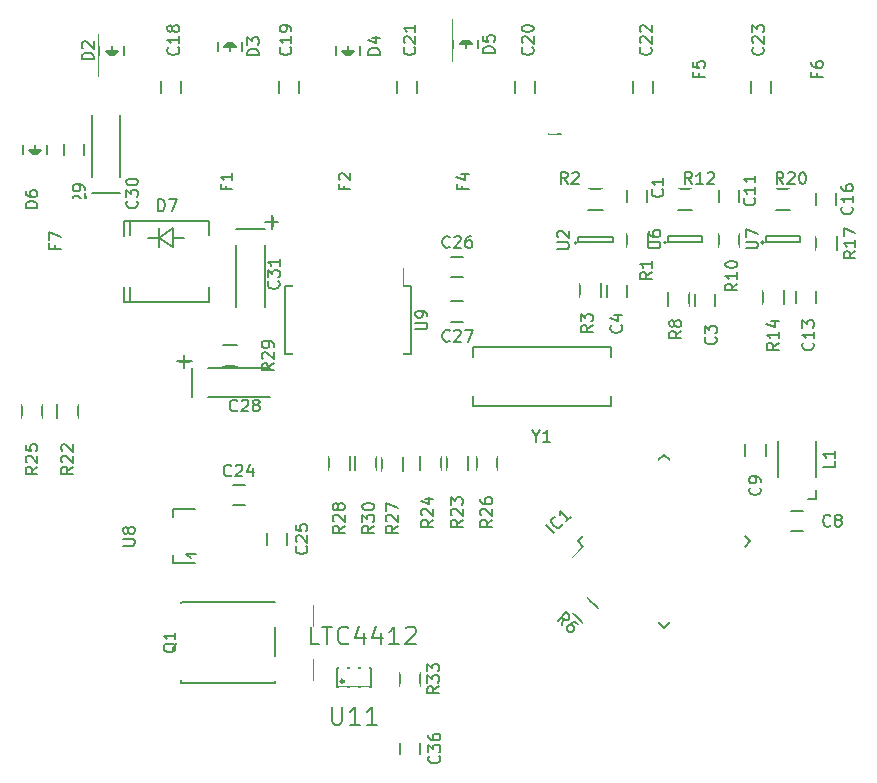
<source format=gbr>
%TF.GenerationSoftware,KiCad,Pcbnew,4.0.1-stable*%
%TF.CreationDate,2016-05-16T17:45:50+03:00*%
%TF.ProjectId,6xUSB_PowMet,36785553425F506F774D65742E6B6963,rev?*%
%TF.FileFunction,Legend,Top*%
%FSLAX46Y46*%
G04 Gerber Fmt 4.6, Leading zero omitted, Abs format (unit mm)*
G04 Created by KiCad (PCBNEW 4.0.1-stable) date 16.05.2016 17:45:50*
%MOMM*%
G01*
G04 APERTURE LIST*
%ADD10C,0.100000*%
%ADD11C,0.150000*%
%ADD12C,0.250000*%
%ADD13R,1.650000X1.900000*%
%ADD14C,5.200600*%
%ADD15R,5.200600X5.200600*%
%ADD16R,1.400000X1.650000*%
%ADD17R,1.100000X1.700000*%
%ADD18C,1.924000*%
%ADD19C,3.100020*%
%ADD20O,2.250000X2.250000*%
%ADD21C,1.200000*%
%ADD22R,1.900000X1.650000*%
%ADD23R,2.899360X3.699460*%
%ADD24R,2.429460X3.051760*%
%ADD25R,1.700000X1.900000*%
%ADD26R,1.900000X1.700000*%
%ADD27R,2.901900X1.400760*%
%ADD28R,4.400500X2.398980*%
%ADD29R,0.850000X2.150000*%
%ADD30R,6.000700X2.500580*%
%ADD31R,2.300000X2.400000*%
%ADD32C,2.300000*%
%ADD33R,1.650000X1.400000*%
%ADD34R,1.700000X1.100000*%
%ADD35R,1.050000X1.460000*%
%ADD36R,2.400000X2.400000*%
%ADD37C,2.400000*%
%ADD38R,2.200860X1.997660*%
%ADD39R,2.900000X2.900000*%
%ADD40R,3.448000X2.051000*%
%ADD41R,6.496000X6.496000*%
%ADD42R,0.740000X1.240000*%
%ADD43R,1.901140X3.399740*%
%ADD44R,3.399740X1.901140*%
G04 APERTURE END LIST*
D10*
D11*
X100963575Y-60279999D02*
X100963575Y-61279999D01*
X102663575Y-61279999D02*
X102663575Y-60279999D01*
X144431445Y-93950000D02*
X144908742Y-94427297D01*
X151750000Y-86631445D02*
X152227297Y-87108742D01*
X159068555Y-93950000D02*
X158591258Y-93472703D01*
X151750000Y-101268555D02*
X151272703Y-100791258D01*
X144431445Y-93950000D02*
X144908742Y-93472703D01*
X151750000Y-101268555D02*
X152227297Y-100791258D01*
X159068555Y-93950000D02*
X158591258Y-94427297D01*
X151750000Y-86631445D02*
X151272703Y-87108742D01*
X144908742Y-94427297D02*
X144007181Y-95328858D01*
X163500000Y-91400000D02*
X162500000Y-91400000D01*
X162500000Y-93100000D02*
X163500000Y-93100000D01*
X146550000Y-65875000D02*
X145350000Y-65875000D01*
X145350000Y-64125000D02*
X146550000Y-64125000D01*
X120850000Y-56000000D02*
X120850000Y-55000000D01*
X119150000Y-55000000D02*
X119150000Y-56000000D01*
X140850000Y-56000000D02*
X140850000Y-55000000D01*
X139150000Y-55000000D02*
X139150000Y-56000000D01*
X130850000Y-56000000D02*
X130850000Y-55000000D01*
X129150000Y-55000000D02*
X129150000Y-56000000D01*
X150850000Y-56000000D02*
X150850000Y-55000000D01*
X149150000Y-55000000D02*
X149150000Y-56000000D01*
X160850000Y-56000000D02*
X160850000Y-55000000D01*
X159150000Y-55000000D02*
X159150000Y-56000000D01*
X115250000Y-90850000D02*
X116250000Y-90850000D01*
X116250000Y-89150000D02*
X115250000Y-89150000D01*
X119850000Y-94250000D02*
X119850000Y-93250000D01*
X118150000Y-93250000D02*
X118150000Y-94250000D01*
X134750000Y-69900000D02*
X133750000Y-69900000D01*
X133750000Y-71600000D02*
X134750000Y-71600000D01*
X133750000Y-75350000D02*
X134750000Y-75350000D01*
X134750000Y-73650000D02*
X133750000Y-73650000D01*
X109001620Y-68251020D02*
X108099920Y-68251020D01*
X110152240Y-68251020D02*
X111150460Y-68251020D01*
X106501600Y-73651060D02*
X106501600Y-72449640D01*
X106501600Y-66848940D02*
X106501600Y-68050360D01*
X113250240Y-73651060D02*
X113250240Y-72449640D01*
X113250240Y-66848940D02*
X113250240Y-68050360D01*
X106051880Y-73651060D02*
X106051880Y-72398840D01*
X106051880Y-66848940D02*
X106051880Y-68101160D01*
X109001620Y-67450920D02*
X109001620Y-69051120D01*
X110152240Y-69000320D02*
X110152240Y-67450920D01*
X109001620Y-68251020D02*
X110152240Y-69000320D01*
X109001620Y-68251020D02*
X110152240Y-67450920D01*
X106051880Y-73651060D02*
X113250240Y-73651060D01*
X106051880Y-66848940D02*
X113250240Y-66848940D01*
X137625000Y-86750000D02*
X137625000Y-87950000D01*
X135875000Y-87950000D02*
X135875000Y-86750000D01*
X129625000Y-86800000D02*
X129625000Y-88000000D01*
X127875000Y-88000000D02*
X127875000Y-86800000D01*
X125125000Y-86750000D02*
X125125000Y-87950000D01*
X123375000Y-87950000D02*
X123375000Y-86750000D01*
X114400000Y-77375000D02*
X115600000Y-77375000D01*
X115600000Y-79125000D02*
X114400000Y-79125000D01*
X111701360Y-95399920D02*
X111401640Y-95151000D01*
X111401640Y-95151000D02*
X111251780Y-95049400D01*
X111251780Y-95049400D02*
X112100140Y-95049400D01*
X110200220Y-95750440D02*
X112001080Y-95750440D01*
X110200220Y-95750440D02*
X110200220Y-95100200D01*
X110200220Y-91249560D02*
X112001080Y-91249560D01*
X110200220Y-91249560D02*
X110200220Y-91899800D01*
X130325000Y-72375000D02*
X129675000Y-72375000D01*
X130325000Y-78125000D02*
X129675000Y-78125000D01*
X119675000Y-78125000D02*
X120325000Y-78125000D01*
X119675000Y-72375000D02*
X120325000Y-72375000D01*
X130325000Y-72375000D02*
X130325000Y-78125000D01*
X119675000Y-72375000D02*
X119675000Y-78125000D01*
X129675000Y-72375000D02*
X129675000Y-70775000D01*
X147250760Y-77500640D02*
X135551520Y-77500640D01*
X135551520Y-82499360D02*
X147250760Y-82499360D01*
X135551520Y-77500640D02*
X135551520Y-78349000D01*
X135551520Y-82499360D02*
X135551520Y-81651000D01*
X147250760Y-77500640D02*
X147250760Y-78349000D01*
X147250760Y-82499360D02*
X147250760Y-81651000D01*
X110850000Y-56000000D02*
X110850000Y-55000000D01*
X109150000Y-55000000D02*
X109150000Y-56000000D01*
X100375000Y-83500000D02*
X100375000Y-82300000D01*
X102125000Y-82300000D02*
X102125000Y-83500000D01*
X135125000Y-86750000D02*
X135125000Y-87950000D01*
X133375000Y-87950000D02*
X133375000Y-86750000D01*
X132875000Y-86750000D02*
X132875000Y-87950000D01*
X131125000Y-87950000D02*
X131125000Y-86750000D01*
X97375000Y-83500000D02*
X97375000Y-82300000D01*
X99125000Y-82300000D02*
X99125000Y-83500000D01*
X127375000Y-86750000D02*
X127375000Y-87950000D01*
X125625000Y-87950000D02*
X125625000Y-86750000D01*
X150350000Y-65250000D02*
X150350000Y-64250000D01*
X148650000Y-64250000D02*
X148650000Y-65250000D01*
X156100000Y-74000000D02*
X156100000Y-73000000D01*
X154400000Y-73000000D02*
X154400000Y-74000000D01*
X148600000Y-73250000D02*
X148600000Y-72250000D01*
X146900000Y-72250000D02*
X146900000Y-73250000D01*
X158650000Y-85750000D02*
X158650000Y-86750000D01*
X160350000Y-86750000D02*
X160350000Y-85750000D01*
X158100000Y-65250000D02*
X158100000Y-64250000D01*
X156400000Y-64250000D02*
X156400000Y-65250000D01*
X164600000Y-73750000D02*
X164600000Y-72750000D01*
X162900000Y-72750000D02*
X162900000Y-73750000D01*
X166350000Y-65500000D02*
X166350000Y-64500000D01*
X164650000Y-64500000D02*
X164650000Y-65500000D01*
X148625000Y-69050000D02*
X148625000Y-67850000D01*
X150375000Y-67850000D02*
X150375000Y-69050000D01*
X144625000Y-73300000D02*
X144625000Y-72100000D01*
X146375000Y-72100000D02*
X146375000Y-73300000D01*
X145272703Y-98785266D02*
X146121232Y-99633795D01*
X144883795Y-100871232D02*
X144035266Y-100022703D01*
X152125000Y-74050000D02*
X152125000Y-72850000D01*
X153875000Y-72850000D02*
X153875000Y-74050000D01*
X156375000Y-69050000D02*
X156375000Y-67850000D01*
X158125000Y-67850000D02*
X158125000Y-69050000D01*
X154150000Y-65875000D02*
X152950000Y-65875000D01*
X152950000Y-64125000D02*
X154150000Y-64125000D01*
X160125000Y-73900000D02*
X160125000Y-72700000D01*
X161875000Y-72700000D02*
X161875000Y-73900000D01*
X164625000Y-69300000D02*
X164625000Y-68100000D01*
X166375000Y-68100000D02*
X166375000Y-69300000D01*
X162400000Y-65875000D02*
X161200000Y-65875000D01*
X161200000Y-64125000D02*
X162400000Y-64125000D01*
X144350000Y-68700000D02*
G75*
G03X144350000Y-68700000I-100000J0D01*
G01*
X144500000Y-68150000D02*
X144500000Y-68650000D01*
X147400000Y-68150000D02*
X144500000Y-68150000D01*
X147400000Y-68650000D02*
X147400000Y-68150000D01*
X144500000Y-68650000D02*
X147400000Y-68650000D01*
X151950000Y-68650000D02*
G75*
G03X151950000Y-68650000I-100000J0D01*
G01*
X152100000Y-68100000D02*
X152100000Y-68600000D01*
X155000000Y-68100000D02*
X152100000Y-68100000D01*
X155000000Y-68600000D02*
X155000000Y-68100000D01*
X152100000Y-68600000D02*
X155000000Y-68600000D01*
X160200000Y-68650000D02*
G75*
G03X160200000Y-68650000I-100000J0D01*
G01*
X160350000Y-68100000D02*
X160350000Y-68600000D01*
X163250000Y-68100000D02*
X160350000Y-68100000D01*
X163250000Y-68600000D02*
X163250000Y-68100000D01*
X160350000Y-68600000D02*
X163250000Y-68600000D01*
X106050000Y-54569860D02*
X106050000Y-50969860D01*
X103950000Y-54569860D02*
X103950000Y-50969860D01*
X104700000Y-52519860D02*
X105300000Y-52519860D01*
X105300000Y-52519860D02*
X105000000Y-52819860D01*
X105000000Y-52819860D02*
X104800000Y-52619860D01*
X104800000Y-52619860D02*
X105050000Y-52619860D01*
X105050000Y-52619860D02*
X105000000Y-52669860D01*
X104500000Y-52919860D02*
X105500000Y-52919860D01*
X105000000Y-52419860D02*
X105000000Y-51919860D01*
X105000000Y-52919860D02*
X104500000Y-52419860D01*
X104500000Y-52419860D02*
X105500000Y-52419860D01*
X105500000Y-52419860D02*
X105000000Y-52919860D01*
X113950000Y-49930140D02*
X113950000Y-53530140D01*
X116050000Y-49930140D02*
X116050000Y-53530140D01*
X115300000Y-51980140D02*
X114700000Y-51980140D01*
X114700000Y-51980140D02*
X115000000Y-51680140D01*
X115000000Y-51680140D02*
X115200000Y-51880140D01*
X115200000Y-51880140D02*
X114950000Y-51880140D01*
X114950000Y-51880140D02*
X115000000Y-51830140D01*
X115500000Y-51580140D02*
X114500000Y-51580140D01*
X115000000Y-52080140D02*
X115000000Y-52580140D01*
X115000000Y-51580140D02*
X115500000Y-52080140D01*
X115500000Y-52080140D02*
X114500000Y-52080140D01*
X114500000Y-52080140D02*
X115000000Y-51580140D01*
X126050000Y-54569860D02*
X126050000Y-50969860D01*
X123950000Y-54569860D02*
X123950000Y-50969860D01*
X124700000Y-52519860D02*
X125300000Y-52519860D01*
X125300000Y-52519860D02*
X125000000Y-52819860D01*
X125000000Y-52819860D02*
X124800000Y-52619860D01*
X124800000Y-52619860D02*
X125050000Y-52619860D01*
X125050000Y-52619860D02*
X125000000Y-52669860D01*
X124500000Y-52919860D02*
X125500000Y-52919860D01*
X125000000Y-52419860D02*
X125000000Y-51919860D01*
X125000000Y-52919860D02*
X124500000Y-52419860D01*
X124500000Y-52419860D02*
X125500000Y-52419860D01*
X125500000Y-52419860D02*
X125000000Y-52919860D01*
X133910000Y-49729860D02*
X133910000Y-53329860D01*
X136010000Y-49729860D02*
X136010000Y-53329860D01*
X135260000Y-51779860D02*
X134660000Y-51779860D01*
X134660000Y-51779860D02*
X134960000Y-51479860D01*
X134960000Y-51479860D02*
X135160000Y-51679860D01*
X135160000Y-51679860D02*
X134910000Y-51679860D01*
X134910000Y-51679860D02*
X134960000Y-51629860D01*
X135460000Y-51379860D02*
X134460000Y-51379860D01*
X134960000Y-51879860D02*
X134960000Y-52379860D01*
X134960000Y-51379860D02*
X135460000Y-51879860D01*
X135460000Y-51879860D02*
X134460000Y-51879860D01*
X134460000Y-51879860D02*
X134960000Y-51379860D01*
X99550000Y-62980140D02*
X99550000Y-59380140D01*
X97450000Y-62980140D02*
X97450000Y-59380140D01*
X98200000Y-60930140D02*
X98800000Y-60930140D01*
X98800000Y-60930140D02*
X98500000Y-61230140D01*
X98500000Y-61230140D02*
X98300000Y-61030140D01*
X98300000Y-61030140D02*
X98550000Y-61030140D01*
X98550000Y-61030140D02*
X98500000Y-61080140D01*
X98000000Y-61330140D02*
X99000000Y-61330140D01*
X98500000Y-60830140D02*
X98500000Y-60330140D01*
X98500000Y-61330140D02*
X98000000Y-60830140D01*
X98000000Y-60830140D02*
X99000000Y-60830140D01*
X99000000Y-60830140D02*
X98500000Y-61330140D01*
X164600000Y-90350000D02*
X163950000Y-90350000D01*
X164600000Y-89600000D02*
X164600000Y-90350000D01*
X164600000Y-85500000D02*
X164600000Y-88500000D01*
X161400000Y-88500000D02*
X161400000Y-85500000D01*
X131100000Y-112000000D02*
X131100000Y-111000000D01*
X129400000Y-111000000D02*
X129400000Y-112000000D01*
X118826000Y-101103000D02*
X122001000Y-101103000D01*
X122001000Y-101103000D02*
X122001000Y-99325000D01*
X122001000Y-99325000D02*
X118826000Y-99325000D01*
X118826000Y-105675000D02*
X122001000Y-105675000D01*
X122001000Y-105675000D02*
X122001000Y-103897000D01*
X122001000Y-103897000D02*
X118826000Y-103897000D01*
X112730000Y-99071000D02*
X118826000Y-99071000D01*
X118826000Y-99071000D02*
X118826000Y-105929000D01*
X118826000Y-105929000D02*
X110952000Y-105929000D01*
X110825000Y-105929000D02*
X110825000Y-99071000D01*
X110952000Y-99071000D02*
X112730000Y-99071000D01*
X131125000Y-105000000D02*
X131125000Y-106200000D01*
X129375000Y-106200000D02*
X129375000Y-105000000D01*
D12*
X124641421Y-105800000D02*
G75*
G03X124641421Y-105800000I-141421J0D01*
G01*
D11*
X124050000Y-106300000D02*
X124050000Y-104700000D01*
X124050000Y-104700000D02*
X126950000Y-104700000D01*
X126950000Y-104700000D02*
X126950000Y-106300000D01*
X126950000Y-106300000D02*
X124050000Y-106300000D01*
X115551120Y-68898020D02*
X115551120Y-74099940D01*
X117948880Y-74099940D02*
X117948880Y-68898020D01*
X119048700Y-66899040D02*
X117948880Y-66899040D01*
X118548320Y-66299600D02*
X118548320Y-67498480D01*
X117948880Y-67503560D02*
X115551120Y-67503560D01*
X113150060Y-81698880D02*
X118351980Y-81698880D01*
X118351980Y-79301120D02*
X113150060Y-79301120D01*
X111151080Y-78201300D02*
X111151080Y-79301120D01*
X110551640Y-78701680D02*
X111750520Y-78701680D01*
X111755600Y-79301120D02*
X111755600Y-81698880D01*
X105698880Y-63101980D02*
X105698880Y-57900060D01*
X103301120Y-57900060D02*
X103301120Y-63101980D01*
X102201300Y-65100960D02*
X103301120Y-65100960D01*
X102701680Y-65700400D02*
X102701680Y-64501520D01*
X103301120Y-64496440D02*
X105698880Y-64496440D01*
X102607143Y-65642857D02*
X102654762Y-65690476D01*
X102702381Y-65833333D01*
X102702381Y-65928571D01*
X102654762Y-66071429D01*
X102559524Y-66166667D01*
X102464286Y-66214286D01*
X102273810Y-66261905D01*
X102130952Y-66261905D01*
X101940476Y-66214286D01*
X101845238Y-66166667D01*
X101750000Y-66071429D01*
X101702381Y-65928571D01*
X101702381Y-65833333D01*
X101750000Y-65690476D01*
X101797619Y-65642857D01*
X101797619Y-65261905D02*
X101750000Y-65214286D01*
X101702381Y-65119048D01*
X101702381Y-64880952D01*
X101750000Y-64785714D01*
X101797619Y-64738095D01*
X101892857Y-64690476D01*
X101988095Y-64690476D01*
X102130952Y-64738095D01*
X102702381Y-65309524D01*
X102702381Y-64690476D01*
X102702381Y-64214286D02*
X102702381Y-64023810D01*
X102654762Y-63928571D01*
X102607143Y-63880952D01*
X102464286Y-63785714D01*
X102273810Y-63738095D01*
X101892857Y-63738095D01*
X101797619Y-63785714D01*
X101750000Y-63833333D01*
X101702381Y-63928571D01*
X101702381Y-64119048D01*
X101750000Y-64214286D01*
X101797619Y-64261905D01*
X101892857Y-64309524D01*
X102130952Y-64309524D01*
X102226190Y-64261905D01*
X102273810Y-64214286D01*
X102321429Y-64119048D01*
X102321429Y-63928571D01*
X102273810Y-63833333D01*
X102226190Y-63785714D01*
X102130952Y-63738095D01*
X142427639Y-93277238D02*
X141720532Y-92570131D01*
X143101074Y-92469116D02*
X143101074Y-92536460D01*
X143033731Y-92671147D01*
X142966387Y-92738490D01*
X142831700Y-92805834D01*
X142697013Y-92805834D01*
X142595998Y-92772162D01*
X142427639Y-92671147D01*
X142326623Y-92570131D01*
X142225608Y-92401773D01*
X142191936Y-92300758D01*
X142191936Y-92166071D01*
X142259281Y-92031383D01*
X142326624Y-91964040D01*
X142461311Y-91896696D01*
X142528654Y-91896696D01*
X143841853Y-91863025D02*
X143437791Y-92267086D01*
X143639822Y-92065056D02*
X142932715Y-91357949D01*
X142966387Y-91526308D01*
X142966387Y-91660994D01*
X142932715Y-91762010D01*
X165833334Y-92607143D02*
X165785715Y-92654762D01*
X165642858Y-92702381D01*
X165547620Y-92702381D01*
X165404762Y-92654762D01*
X165309524Y-92559524D01*
X165261905Y-92464286D01*
X165214286Y-92273810D01*
X165214286Y-92130952D01*
X165261905Y-91940476D01*
X165309524Y-91845238D01*
X165404762Y-91750000D01*
X165547620Y-91702381D01*
X165642858Y-91702381D01*
X165785715Y-91750000D01*
X165833334Y-91797619D01*
X166404762Y-92130952D02*
X166309524Y-92083333D01*
X166261905Y-92035714D01*
X166214286Y-91940476D01*
X166214286Y-91892857D01*
X166261905Y-91797619D01*
X166309524Y-91750000D01*
X166404762Y-91702381D01*
X166595239Y-91702381D01*
X166690477Y-91750000D01*
X166738096Y-91797619D01*
X166785715Y-91892857D01*
X166785715Y-91940476D01*
X166738096Y-92035714D01*
X166690477Y-92083333D01*
X166595239Y-92130952D01*
X166404762Y-92130952D01*
X166309524Y-92178571D01*
X166261905Y-92226190D01*
X166214286Y-92321429D01*
X166214286Y-92511905D01*
X166261905Y-92607143D01*
X166309524Y-92654762D01*
X166404762Y-92702381D01*
X166595239Y-92702381D01*
X166690477Y-92654762D01*
X166738096Y-92607143D01*
X166785715Y-92511905D01*
X166785715Y-92321429D01*
X166738096Y-92226190D01*
X166690477Y-92178571D01*
X166595239Y-92130952D01*
X143583334Y-63702381D02*
X143250000Y-63226190D01*
X143011905Y-63702381D02*
X143011905Y-62702381D01*
X143392858Y-62702381D01*
X143488096Y-62750000D01*
X143535715Y-62797619D01*
X143583334Y-62892857D01*
X143583334Y-63035714D01*
X143535715Y-63130952D01*
X143488096Y-63178571D01*
X143392858Y-63226190D01*
X143011905Y-63226190D01*
X143964286Y-62797619D02*
X144011905Y-62750000D01*
X144107143Y-62702381D01*
X144345239Y-62702381D01*
X144440477Y-62750000D01*
X144488096Y-62797619D01*
X144535715Y-62892857D01*
X144535715Y-62988095D01*
X144488096Y-63130952D01*
X143916667Y-63702381D01*
X144535715Y-63702381D01*
X120107143Y-52142857D02*
X120154762Y-52190476D01*
X120202381Y-52333333D01*
X120202381Y-52428571D01*
X120154762Y-52571429D01*
X120059524Y-52666667D01*
X119964286Y-52714286D01*
X119773810Y-52761905D01*
X119630952Y-52761905D01*
X119440476Y-52714286D01*
X119345238Y-52666667D01*
X119250000Y-52571429D01*
X119202381Y-52428571D01*
X119202381Y-52333333D01*
X119250000Y-52190476D01*
X119297619Y-52142857D01*
X120202381Y-51190476D02*
X120202381Y-51761905D01*
X120202381Y-51476191D02*
X119202381Y-51476191D01*
X119345238Y-51571429D01*
X119440476Y-51666667D01*
X119488095Y-51761905D01*
X120202381Y-50714286D02*
X120202381Y-50523810D01*
X120154762Y-50428571D01*
X120107143Y-50380952D01*
X119964286Y-50285714D01*
X119773810Y-50238095D01*
X119392857Y-50238095D01*
X119297619Y-50285714D01*
X119250000Y-50333333D01*
X119202381Y-50428571D01*
X119202381Y-50619048D01*
X119250000Y-50714286D01*
X119297619Y-50761905D01*
X119392857Y-50809524D01*
X119630952Y-50809524D01*
X119726190Y-50761905D01*
X119773810Y-50714286D01*
X119821429Y-50619048D01*
X119821429Y-50428571D01*
X119773810Y-50333333D01*
X119726190Y-50285714D01*
X119630952Y-50238095D01*
X140607143Y-52142857D02*
X140654762Y-52190476D01*
X140702381Y-52333333D01*
X140702381Y-52428571D01*
X140654762Y-52571429D01*
X140559524Y-52666667D01*
X140464286Y-52714286D01*
X140273810Y-52761905D01*
X140130952Y-52761905D01*
X139940476Y-52714286D01*
X139845238Y-52666667D01*
X139750000Y-52571429D01*
X139702381Y-52428571D01*
X139702381Y-52333333D01*
X139750000Y-52190476D01*
X139797619Y-52142857D01*
X139797619Y-51761905D02*
X139750000Y-51714286D01*
X139702381Y-51619048D01*
X139702381Y-51380952D01*
X139750000Y-51285714D01*
X139797619Y-51238095D01*
X139892857Y-51190476D01*
X139988095Y-51190476D01*
X140130952Y-51238095D01*
X140702381Y-51809524D01*
X140702381Y-51190476D01*
X139702381Y-50571429D02*
X139702381Y-50476190D01*
X139750000Y-50380952D01*
X139797619Y-50333333D01*
X139892857Y-50285714D01*
X140083333Y-50238095D01*
X140321429Y-50238095D01*
X140511905Y-50285714D01*
X140607143Y-50333333D01*
X140654762Y-50380952D01*
X140702381Y-50476190D01*
X140702381Y-50571429D01*
X140654762Y-50666667D01*
X140607143Y-50714286D01*
X140511905Y-50761905D01*
X140321429Y-50809524D01*
X140083333Y-50809524D01*
X139892857Y-50761905D01*
X139797619Y-50714286D01*
X139750000Y-50666667D01*
X139702381Y-50571429D01*
X130607143Y-52142857D02*
X130654762Y-52190476D01*
X130702381Y-52333333D01*
X130702381Y-52428571D01*
X130654762Y-52571429D01*
X130559524Y-52666667D01*
X130464286Y-52714286D01*
X130273810Y-52761905D01*
X130130952Y-52761905D01*
X129940476Y-52714286D01*
X129845238Y-52666667D01*
X129750000Y-52571429D01*
X129702381Y-52428571D01*
X129702381Y-52333333D01*
X129750000Y-52190476D01*
X129797619Y-52142857D01*
X129797619Y-51761905D02*
X129750000Y-51714286D01*
X129702381Y-51619048D01*
X129702381Y-51380952D01*
X129750000Y-51285714D01*
X129797619Y-51238095D01*
X129892857Y-51190476D01*
X129988095Y-51190476D01*
X130130952Y-51238095D01*
X130702381Y-51809524D01*
X130702381Y-51190476D01*
X130702381Y-50238095D02*
X130702381Y-50809524D01*
X130702381Y-50523810D02*
X129702381Y-50523810D01*
X129845238Y-50619048D01*
X129940476Y-50714286D01*
X129988095Y-50809524D01*
X150607143Y-52142857D02*
X150654762Y-52190476D01*
X150702381Y-52333333D01*
X150702381Y-52428571D01*
X150654762Y-52571429D01*
X150559524Y-52666667D01*
X150464286Y-52714286D01*
X150273810Y-52761905D01*
X150130952Y-52761905D01*
X149940476Y-52714286D01*
X149845238Y-52666667D01*
X149750000Y-52571429D01*
X149702381Y-52428571D01*
X149702381Y-52333333D01*
X149750000Y-52190476D01*
X149797619Y-52142857D01*
X149797619Y-51761905D02*
X149750000Y-51714286D01*
X149702381Y-51619048D01*
X149702381Y-51380952D01*
X149750000Y-51285714D01*
X149797619Y-51238095D01*
X149892857Y-51190476D01*
X149988095Y-51190476D01*
X150130952Y-51238095D01*
X150702381Y-51809524D01*
X150702381Y-51190476D01*
X149797619Y-50809524D02*
X149750000Y-50761905D01*
X149702381Y-50666667D01*
X149702381Y-50428571D01*
X149750000Y-50333333D01*
X149797619Y-50285714D01*
X149892857Y-50238095D01*
X149988095Y-50238095D01*
X150130952Y-50285714D01*
X150702381Y-50857143D01*
X150702381Y-50238095D01*
X160107143Y-52142857D02*
X160154762Y-52190476D01*
X160202381Y-52333333D01*
X160202381Y-52428571D01*
X160154762Y-52571429D01*
X160059524Y-52666667D01*
X159964286Y-52714286D01*
X159773810Y-52761905D01*
X159630952Y-52761905D01*
X159440476Y-52714286D01*
X159345238Y-52666667D01*
X159250000Y-52571429D01*
X159202381Y-52428571D01*
X159202381Y-52333333D01*
X159250000Y-52190476D01*
X159297619Y-52142857D01*
X159297619Y-51761905D02*
X159250000Y-51714286D01*
X159202381Y-51619048D01*
X159202381Y-51380952D01*
X159250000Y-51285714D01*
X159297619Y-51238095D01*
X159392857Y-51190476D01*
X159488095Y-51190476D01*
X159630952Y-51238095D01*
X160202381Y-51809524D01*
X160202381Y-51190476D01*
X159202381Y-50857143D02*
X159202381Y-50238095D01*
X159583333Y-50571429D01*
X159583333Y-50428571D01*
X159630952Y-50333333D01*
X159678571Y-50285714D01*
X159773810Y-50238095D01*
X160011905Y-50238095D01*
X160107143Y-50285714D01*
X160154762Y-50333333D01*
X160202381Y-50428571D01*
X160202381Y-50714286D01*
X160154762Y-50809524D01*
X160107143Y-50857143D01*
X115107143Y-88357143D02*
X115059524Y-88404762D01*
X114916667Y-88452381D01*
X114821429Y-88452381D01*
X114678571Y-88404762D01*
X114583333Y-88309524D01*
X114535714Y-88214286D01*
X114488095Y-88023810D01*
X114488095Y-87880952D01*
X114535714Y-87690476D01*
X114583333Y-87595238D01*
X114678571Y-87500000D01*
X114821429Y-87452381D01*
X114916667Y-87452381D01*
X115059524Y-87500000D01*
X115107143Y-87547619D01*
X115488095Y-87547619D02*
X115535714Y-87500000D01*
X115630952Y-87452381D01*
X115869048Y-87452381D01*
X115964286Y-87500000D01*
X116011905Y-87547619D01*
X116059524Y-87642857D01*
X116059524Y-87738095D01*
X116011905Y-87880952D01*
X115440476Y-88452381D01*
X116059524Y-88452381D01*
X116916667Y-87785714D02*
X116916667Y-88452381D01*
X116678571Y-87404762D02*
X116440476Y-88119048D01*
X117059524Y-88119048D01*
X121457143Y-94392857D02*
X121504762Y-94440476D01*
X121552381Y-94583333D01*
X121552381Y-94678571D01*
X121504762Y-94821429D01*
X121409524Y-94916667D01*
X121314286Y-94964286D01*
X121123810Y-95011905D01*
X120980952Y-95011905D01*
X120790476Y-94964286D01*
X120695238Y-94916667D01*
X120600000Y-94821429D01*
X120552381Y-94678571D01*
X120552381Y-94583333D01*
X120600000Y-94440476D01*
X120647619Y-94392857D01*
X120647619Y-94011905D02*
X120600000Y-93964286D01*
X120552381Y-93869048D01*
X120552381Y-93630952D01*
X120600000Y-93535714D01*
X120647619Y-93488095D01*
X120742857Y-93440476D01*
X120838095Y-93440476D01*
X120980952Y-93488095D01*
X121552381Y-94059524D01*
X121552381Y-93440476D01*
X120552381Y-92535714D02*
X120552381Y-93011905D01*
X121028571Y-93059524D01*
X120980952Y-93011905D01*
X120933333Y-92916667D01*
X120933333Y-92678571D01*
X120980952Y-92583333D01*
X121028571Y-92535714D01*
X121123810Y-92488095D01*
X121361905Y-92488095D01*
X121457143Y-92535714D01*
X121504762Y-92583333D01*
X121552381Y-92678571D01*
X121552381Y-92916667D01*
X121504762Y-93011905D01*
X121457143Y-93059524D01*
X133607143Y-69007143D02*
X133559524Y-69054762D01*
X133416667Y-69102381D01*
X133321429Y-69102381D01*
X133178571Y-69054762D01*
X133083333Y-68959524D01*
X133035714Y-68864286D01*
X132988095Y-68673810D01*
X132988095Y-68530952D01*
X133035714Y-68340476D01*
X133083333Y-68245238D01*
X133178571Y-68150000D01*
X133321429Y-68102381D01*
X133416667Y-68102381D01*
X133559524Y-68150000D01*
X133607143Y-68197619D01*
X133988095Y-68197619D02*
X134035714Y-68150000D01*
X134130952Y-68102381D01*
X134369048Y-68102381D01*
X134464286Y-68150000D01*
X134511905Y-68197619D01*
X134559524Y-68292857D01*
X134559524Y-68388095D01*
X134511905Y-68530952D01*
X133940476Y-69102381D01*
X134559524Y-69102381D01*
X135416667Y-68102381D02*
X135226190Y-68102381D01*
X135130952Y-68150000D01*
X135083333Y-68197619D01*
X134988095Y-68340476D01*
X134940476Y-68530952D01*
X134940476Y-68911905D01*
X134988095Y-69007143D01*
X135035714Y-69054762D01*
X135130952Y-69102381D01*
X135321429Y-69102381D01*
X135416667Y-69054762D01*
X135464286Y-69007143D01*
X135511905Y-68911905D01*
X135511905Y-68673810D01*
X135464286Y-68578571D01*
X135416667Y-68530952D01*
X135321429Y-68483333D01*
X135130952Y-68483333D01*
X135035714Y-68530952D01*
X134988095Y-68578571D01*
X134940476Y-68673810D01*
X133607143Y-76957143D02*
X133559524Y-77004762D01*
X133416667Y-77052381D01*
X133321429Y-77052381D01*
X133178571Y-77004762D01*
X133083333Y-76909524D01*
X133035714Y-76814286D01*
X132988095Y-76623810D01*
X132988095Y-76480952D01*
X133035714Y-76290476D01*
X133083333Y-76195238D01*
X133178571Y-76100000D01*
X133321429Y-76052381D01*
X133416667Y-76052381D01*
X133559524Y-76100000D01*
X133607143Y-76147619D01*
X133988095Y-76147619D02*
X134035714Y-76100000D01*
X134130952Y-76052381D01*
X134369048Y-76052381D01*
X134464286Y-76100000D01*
X134511905Y-76147619D01*
X134559524Y-76242857D01*
X134559524Y-76338095D01*
X134511905Y-76480952D01*
X133940476Y-77052381D01*
X134559524Y-77052381D01*
X134892857Y-76052381D02*
X135559524Y-76052381D01*
X135130952Y-77052381D01*
X108912965Y-66002381D02*
X108912965Y-65002381D01*
X109151060Y-65002381D01*
X109293918Y-65050000D01*
X109389156Y-65145238D01*
X109436775Y-65240476D01*
X109484394Y-65430952D01*
X109484394Y-65573810D01*
X109436775Y-65764286D01*
X109389156Y-65859524D01*
X109293918Y-65954762D01*
X109151060Y-66002381D01*
X108912965Y-66002381D01*
X109817727Y-65002381D02*
X110484394Y-65002381D01*
X110055822Y-66002381D01*
X114678571Y-63833333D02*
X114678571Y-64166667D01*
X115202381Y-64166667D02*
X114202381Y-64166667D01*
X114202381Y-63690476D01*
X115202381Y-62785714D02*
X115202381Y-63357143D01*
X115202381Y-63071429D02*
X114202381Y-63071429D01*
X114345238Y-63166667D01*
X114440476Y-63261905D01*
X114488095Y-63357143D01*
X124678571Y-63833333D02*
X124678571Y-64166667D01*
X125202381Y-64166667D02*
X124202381Y-64166667D01*
X124202381Y-63690476D01*
X124297619Y-63357143D02*
X124250000Y-63309524D01*
X124202381Y-63214286D01*
X124202381Y-62976190D01*
X124250000Y-62880952D01*
X124297619Y-62833333D01*
X124392857Y-62785714D01*
X124488095Y-62785714D01*
X124630952Y-62833333D01*
X125202381Y-63404762D01*
X125202381Y-62785714D01*
X142478931Y-59134133D02*
X142478931Y-59467467D01*
X143002741Y-59467467D02*
X142002741Y-59467467D01*
X142002741Y-58991276D01*
X142002741Y-58705562D02*
X142002741Y-58086514D01*
X142383693Y-58419848D01*
X142383693Y-58276990D01*
X142431312Y-58181752D01*
X142478931Y-58134133D01*
X142574170Y-58086514D01*
X142812265Y-58086514D01*
X142907503Y-58134133D01*
X142955122Y-58181752D01*
X143002741Y-58276990D01*
X143002741Y-58562705D01*
X142955122Y-58657943D01*
X142907503Y-58705562D01*
X134678571Y-63833333D02*
X134678571Y-64166667D01*
X135202381Y-64166667D02*
X134202381Y-64166667D01*
X134202381Y-63690476D01*
X134535714Y-62880952D02*
X135202381Y-62880952D01*
X134154762Y-63119048D02*
X134869048Y-63357143D01*
X134869048Y-62738095D01*
X137202381Y-92142857D02*
X136726190Y-92476191D01*
X137202381Y-92714286D02*
X136202381Y-92714286D01*
X136202381Y-92333333D01*
X136250000Y-92238095D01*
X136297619Y-92190476D01*
X136392857Y-92142857D01*
X136535714Y-92142857D01*
X136630952Y-92190476D01*
X136678571Y-92238095D01*
X136726190Y-92333333D01*
X136726190Y-92714286D01*
X136297619Y-91761905D02*
X136250000Y-91714286D01*
X136202381Y-91619048D01*
X136202381Y-91380952D01*
X136250000Y-91285714D01*
X136297619Y-91238095D01*
X136392857Y-91190476D01*
X136488095Y-91190476D01*
X136630952Y-91238095D01*
X137202381Y-91809524D01*
X137202381Y-91190476D01*
X136202381Y-90333333D02*
X136202381Y-90523810D01*
X136250000Y-90619048D01*
X136297619Y-90666667D01*
X136440476Y-90761905D01*
X136630952Y-90809524D01*
X137011905Y-90809524D01*
X137107143Y-90761905D01*
X137154762Y-90714286D01*
X137202381Y-90619048D01*
X137202381Y-90428571D01*
X137154762Y-90333333D01*
X137107143Y-90285714D01*
X137011905Y-90238095D01*
X136773810Y-90238095D01*
X136678571Y-90285714D01*
X136630952Y-90333333D01*
X136583333Y-90428571D01*
X136583333Y-90619048D01*
X136630952Y-90714286D01*
X136678571Y-90761905D01*
X136773810Y-90809524D01*
X129202381Y-92642857D02*
X128726190Y-92976191D01*
X129202381Y-93214286D02*
X128202381Y-93214286D01*
X128202381Y-92833333D01*
X128250000Y-92738095D01*
X128297619Y-92690476D01*
X128392857Y-92642857D01*
X128535714Y-92642857D01*
X128630952Y-92690476D01*
X128678571Y-92738095D01*
X128726190Y-92833333D01*
X128726190Y-93214286D01*
X128297619Y-92261905D02*
X128250000Y-92214286D01*
X128202381Y-92119048D01*
X128202381Y-91880952D01*
X128250000Y-91785714D01*
X128297619Y-91738095D01*
X128392857Y-91690476D01*
X128488095Y-91690476D01*
X128630952Y-91738095D01*
X129202381Y-92309524D01*
X129202381Y-91690476D01*
X128202381Y-91357143D02*
X128202381Y-90690476D01*
X129202381Y-91119048D01*
X124702381Y-92642857D02*
X124226190Y-92976191D01*
X124702381Y-93214286D02*
X123702381Y-93214286D01*
X123702381Y-92833333D01*
X123750000Y-92738095D01*
X123797619Y-92690476D01*
X123892857Y-92642857D01*
X124035714Y-92642857D01*
X124130952Y-92690476D01*
X124178571Y-92738095D01*
X124226190Y-92833333D01*
X124226190Y-93214286D01*
X123797619Y-92261905D02*
X123750000Y-92214286D01*
X123702381Y-92119048D01*
X123702381Y-91880952D01*
X123750000Y-91785714D01*
X123797619Y-91738095D01*
X123892857Y-91690476D01*
X123988095Y-91690476D01*
X124130952Y-91738095D01*
X124702381Y-92309524D01*
X124702381Y-91690476D01*
X124130952Y-91119048D02*
X124083333Y-91214286D01*
X124035714Y-91261905D01*
X123940476Y-91309524D01*
X123892857Y-91309524D01*
X123797619Y-91261905D01*
X123750000Y-91214286D01*
X123702381Y-91119048D01*
X123702381Y-90928571D01*
X123750000Y-90833333D01*
X123797619Y-90785714D01*
X123892857Y-90738095D01*
X123940476Y-90738095D01*
X124035714Y-90785714D01*
X124083333Y-90833333D01*
X124130952Y-90928571D01*
X124130952Y-91119048D01*
X124178571Y-91214286D01*
X124226190Y-91261905D01*
X124321429Y-91309524D01*
X124511905Y-91309524D01*
X124607143Y-91261905D01*
X124654762Y-91214286D01*
X124702381Y-91119048D01*
X124702381Y-90928571D01*
X124654762Y-90833333D01*
X124607143Y-90785714D01*
X124511905Y-90738095D01*
X124321429Y-90738095D01*
X124226190Y-90785714D01*
X124178571Y-90833333D01*
X124130952Y-90928571D01*
X118702381Y-78892857D02*
X118226190Y-79226191D01*
X118702381Y-79464286D02*
X117702381Y-79464286D01*
X117702381Y-79083333D01*
X117750000Y-78988095D01*
X117797619Y-78940476D01*
X117892857Y-78892857D01*
X118035714Y-78892857D01*
X118130952Y-78940476D01*
X118178571Y-78988095D01*
X118226190Y-79083333D01*
X118226190Y-79464286D01*
X117797619Y-78511905D02*
X117750000Y-78464286D01*
X117702381Y-78369048D01*
X117702381Y-78130952D01*
X117750000Y-78035714D01*
X117797619Y-77988095D01*
X117892857Y-77940476D01*
X117988095Y-77940476D01*
X118130952Y-77988095D01*
X118702381Y-78559524D01*
X118702381Y-77940476D01*
X118702381Y-77464286D02*
X118702381Y-77273810D01*
X118654762Y-77178571D01*
X118607143Y-77130952D01*
X118464286Y-77035714D01*
X118273810Y-76988095D01*
X117892857Y-76988095D01*
X117797619Y-77035714D01*
X117750000Y-77083333D01*
X117702381Y-77178571D01*
X117702381Y-77369048D01*
X117750000Y-77464286D01*
X117797619Y-77511905D01*
X117892857Y-77559524D01*
X118130952Y-77559524D01*
X118226190Y-77511905D01*
X118273810Y-77464286D01*
X118321429Y-77369048D01*
X118321429Y-77178571D01*
X118273810Y-77083333D01*
X118226190Y-77035714D01*
X118130952Y-76988095D01*
X105951821Y-94312705D02*
X106761345Y-94312705D01*
X106856583Y-94265086D01*
X106904202Y-94217467D01*
X106951821Y-94122229D01*
X106951821Y-93931752D01*
X106904202Y-93836514D01*
X106856583Y-93788895D01*
X106761345Y-93741276D01*
X105951821Y-93741276D01*
X106380392Y-93122229D02*
X106332773Y-93217467D01*
X106285154Y-93265086D01*
X106189916Y-93312705D01*
X106142297Y-93312705D01*
X106047059Y-93265086D01*
X105999440Y-93217467D01*
X105951821Y-93122229D01*
X105951821Y-92931752D01*
X105999440Y-92836514D01*
X106047059Y-92788895D01*
X106142297Y-92741276D01*
X106189916Y-92741276D01*
X106285154Y-92788895D01*
X106332773Y-92836514D01*
X106380392Y-92931752D01*
X106380392Y-93122229D01*
X106428011Y-93217467D01*
X106475630Y-93265086D01*
X106570869Y-93312705D01*
X106761345Y-93312705D01*
X106856583Y-93265086D01*
X106904202Y-93217467D01*
X106951821Y-93122229D01*
X106951821Y-92931752D01*
X106904202Y-92836514D01*
X106856583Y-92788895D01*
X106761345Y-92741276D01*
X106570869Y-92741276D01*
X106475630Y-92788895D01*
X106428011Y-92836514D01*
X106380392Y-92931752D01*
X130702381Y-76011905D02*
X131511905Y-76011905D01*
X131607143Y-75964286D01*
X131654762Y-75916667D01*
X131702381Y-75821429D01*
X131702381Y-75630952D01*
X131654762Y-75535714D01*
X131607143Y-75488095D01*
X131511905Y-75440476D01*
X130702381Y-75440476D01*
X131702381Y-74916667D02*
X131702381Y-74726191D01*
X131654762Y-74630952D01*
X131607143Y-74583333D01*
X131464286Y-74488095D01*
X131273810Y-74440476D01*
X130892857Y-74440476D01*
X130797619Y-74488095D01*
X130750000Y-74535714D01*
X130702381Y-74630952D01*
X130702381Y-74821429D01*
X130750000Y-74916667D01*
X130797619Y-74964286D01*
X130892857Y-75011905D01*
X131130952Y-75011905D01*
X131226190Y-74964286D01*
X131273810Y-74916667D01*
X131321429Y-74821429D01*
X131321429Y-74630952D01*
X131273810Y-74535714D01*
X131226190Y-74488095D01*
X131130952Y-74440476D01*
X140924949Y-85056190D02*
X140924949Y-85532381D01*
X140591616Y-84532381D02*
X140924949Y-85056190D01*
X141258283Y-84532381D01*
X142115426Y-85532381D02*
X141543997Y-85532381D01*
X141829711Y-85532381D02*
X141829711Y-84532381D01*
X141734473Y-84675238D01*
X141639235Y-84770476D01*
X141543997Y-84818095D01*
X100178571Y-68867873D02*
X100178571Y-69201207D01*
X100702381Y-69201207D02*
X99702381Y-69201207D01*
X99702381Y-68725016D01*
X99702381Y-68439302D02*
X99702381Y-67772635D01*
X100702381Y-68201207D01*
X110607143Y-52142857D02*
X110654762Y-52190476D01*
X110702381Y-52333333D01*
X110702381Y-52428571D01*
X110654762Y-52571429D01*
X110559524Y-52666667D01*
X110464286Y-52714286D01*
X110273810Y-52761905D01*
X110130952Y-52761905D01*
X109940476Y-52714286D01*
X109845238Y-52666667D01*
X109750000Y-52571429D01*
X109702381Y-52428571D01*
X109702381Y-52333333D01*
X109750000Y-52190476D01*
X109797619Y-52142857D01*
X110702381Y-51190476D02*
X110702381Y-51761905D01*
X110702381Y-51476191D02*
X109702381Y-51476191D01*
X109845238Y-51571429D01*
X109940476Y-51666667D01*
X109988095Y-51761905D01*
X110130952Y-50619048D02*
X110083333Y-50714286D01*
X110035714Y-50761905D01*
X109940476Y-50809524D01*
X109892857Y-50809524D01*
X109797619Y-50761905D01*
X109750000Y-50714286D01*
X109702381Y-50619048D01*
X109702381Y-50428571D01*
X109750000Y-50333333D01*
X109797619Y-50285714D01*
X109892857Y-50238095D01*
X109940476Y-50238095D01*
X110035714Y-50285714D01*
X110083333Y-50333333D01*
X110130952Y-50428571D01*
X110130952Y-50619048D01*
X110178571Y-50714286D01*
X110226190Y-50761905D01*
X110321429Y-50809524D01*
X110511905Y-50809524D01*
X110607143Y-50761905D01*
X110654762Y-50714286D01*
X110702381Y-50619048D01*
X110702381Y-50428571D01*
X110654762Y-50333333D01*
X110607143Y-50285714D01*
X110511905Y-50238095D01*
X110321429Y-50238095D01*
X110226190Y-50285714D01*
X110178571Y-50333333D01*
X110130952Y-50428571D01*
X154678571Y-54333333D02*
X154678571Y-54666667D01*
X155202381Y-54666667D02*
X154202381Y-54666667D01*
X154202381Y-54190476D01*
X154202381Y-53333333D02*
X154202381Y-53809524D01*
X154678571Y-53857143D01*
X154630952Y-53809524D01*
X154583333Y-53714286D01*
X154583333Y-53476190D01*
X154630952Y-53380952D01*
X154678571Y-53333333D01*
X154773810Y-53285714D01*
X155011905Y-53285714D01*
X155107143Y-53333333D01*
X155154762Y-53380952D01*
X155202381Y-53476190D01*
X155202381Y-53714286D01*
X155154762Y-53809524D01*
X155107143Y-53857143D01*
X164678571Y-54333333D02*
X164678571Y-54666667D01*
X165202381Y-54666667D02*
X164202381Y-54666667D01*
X164202381Y-54190476D01*
X164202381Y-53380952D02*
X164202381Y-53571429D01*
X164250000Y-53666667D01*
X164297619Y-53714286D01*
X164440476Y-53809524D01*
X164630952Y-53857143D01*
X165011905Y-53857143D01*
X165107143Y-53809524D01*
X165154762Y-53761905D01*
X165202381Y-53666667D01*
X165202381Y-53476190D01*
X165154762Y-53380952D01*
X165107143Y-53333333D01*
X165011905Y-53285714D01*
X164773810Y-53285714D01*
X164678571Y-53333333D01*
X164630952Y-53380952D01*
X164583333Y-53476190D01*
X164583333Y-53666667D01*
X164630952Y-53761905D01*
X164678571Y-53809524D01*
X164773810Y-53857143D01*
X101702381Y-87642857D02*
X101226190Y-87976191D01*
X101702381Y-88214286D02*
X100702381Y-88214286D01*
X100702381Y-87833333D01*
X100750000Y-87738095D01*
X100797619Y-87690476D01*
X100892857Y-87642857D01*
X101035714Y-87642857D01*
X101130952Y-87690476D01*
X101178571Y-87738095D01*
X101226190Y-87833333D01*
X101226190Y-88214286D01*
X100797619Y-87261905D02*
X100750000Y-87214286D01*
X100702381Y-87119048D01*
X100702381Y-86880952D01*
X100750000Y-86785714D01*
X100797619Y-86738095D01*
X100892857Y-86690476D01*
X100988095Y-86690476D01*
X101130952Y-86738095D01*
X101702381Y-87309524D01*
X101702381Y-86690476D01*
X100797619Y-86309524D02*
X100750000Y-86261905D01*
X100702381Y-86166667D01*
X100702381Y-85928571D01*
X100750000Y-85833333D01*
X100797619Y-85785714D01*
X100892857Y-85738095D01*
X100988095Y-85738095D01*
X101130952Y-85785714D01*
X101702381Y-86357143D01*
X101702381Y-85738095D01*
X134702381Y-92142857D02*
X134226190Y-92476191D01*
X134702381Y-92714286D02*
X133702381Y-92714286D01*
X133702381Y-92333333D01*
X133750000Y-92238095D01*
X133797619Y-92190476D01*
X133892857Y-92142857D01*
X134035714Y-92142857D01*
X134130952Y-92190476D01*
X134178571Y-92238095D01*
X134226190Y-92333333D01*
X134226190Y-92714286D01*
X133797619Y-91761905D02*
X133750000Y-91714286D01*
X133702381Y-91619048D01*
X133702381Y-91380952D01*
X133750000Y-91285714D01*
X133797619Y-91238095D01*
X133892857Y-91190476D01*
X133988095Y-91190476D01*
X134130952Y-91238095D01*
X134702381Y-91809524D01*
X134702381Y-91190476D01*
X133702381Y-90857143D02*
X133702381Y-90238095D01*
X134083333Y-90571429D01*
X134083333Y-90428571D01*
X134130952Y-90333333D01*
X134178571Y-90285714D01*
X134273810Y-90238095D01*
X134511905Y-90238095D01*
X134607143Y-90285714D01*
X134654762Y-90333333D01*
X134702381Y-90428571D01*
X134702381Y-90714286D01*
X134654762Y-90809524D01*
X134607143Y-90857143D01*
X132202381Y-92142857D02*
X131726190Y-92476191D01*
X132202381Y-92714286D02*
X131202381Y-92714286D01*
X131202381Y-92333333D01*
X131250000Y-92238095D01*
X131297619Y-92190476D01*
X131392857Y-92142857D01*
X131535714Y-92142857D01*
X131630952Y-92190476D01*
X131678571Y-92238095D01*
X131726190Y-92333333D01*
X131726190Y-92714286D01*
X131297619Y-91761905D02*
X131250000Y-91714286D01*
X131202381Y-91619048D01*
X131202381Y-91380952D01*
X131250000Y-91285714D01*
X131297619Y-91238095D01*
X131392857Y-91190476D01*
X131488095Y-91190476D01*
X131630952Y-91238095D01*
X132202381Y-91809524D01*
X132202381Y-91190476D01*
X131535714Y-90333333D02*
X132202381Y-90333333D01*
X131154762Y-90571429D02*
X131869048Y-90809524D01*
X131869048Y-90190476D01*
X98702381Y-87642857D02*
X98226190Y-87976191D01*
X98702381Y-88214286D02*
X97702381Y-88214286D01*
X97702381Y-87833333D01*
X97750000Y-87738095D01*
X97797619Y-87690476D01*
X97892857Y-87642857D01*
X98035714Y-87642857D01*
X98130952Y-87690476D01*
X98178571Y-87738095D01*
X98226190Y-87833333D01*
X98226190Y-88214286D01*
X97797619Y-87261905D02*
X97750000Y-87214286D01*
X97702381Y-87119048D01*
X97702381Y-86880952D01*
X97750000Y-86785714D01*
X97797619Y-86738095D01*
X97892857Y-86690476D01*
X97988095Y-86690476D01*
X98130952Y-86738095D01*
X98702381Y-87309524D01*
X98702381Y-86690476D01*
X97702381Y-85785714D02*
X97702381Y-86261905D01*
X98178571Y-86309524D01*
X98130952Y-86261905D01*
X98083333Y-86166667D01*
X98083333Y-85928571D01*
X98130952Y-85833333D01*
X98178571Y-85785714D01*
X98273810Y-85738095D01*
X98511905Y-85738095D01*
X98607143Y-85785714D01*
X98654762Y-85833333D01*
X98702381Y-85928571D01*
X98702381Y-86166667D01*
X98654762Y-86261905D01*
X98607143Y-86309524D01*
X127202381Y-92642857D02*
X126726190Y-92976191D01*
X127202381Y-93214286D02*
X126202381Y-93214286D01*
X126202381Y-92833333D01*
X126250000Y-92738095D01*
X126297619Y-92690476D01*
X126392857Y-92642857D01*
X126535714Y-92642857D01*
X126630952Y-92690476D01*
X126678571Y-92738095D01*
X126726190Y-92833333D01*
X126726190Y-93214286D01*
X126202381Y-92309524D02*
X126202381Y-91690476D01*
X126583333Y-92023810D01*
X126583333Y-91880952D01*
X126630952Y-91785714D01*
X126678571Y-91738095D01*
X126773810Y-91690476D01*
X127011905Y-91690476D01*
X127107143Y-91738095D01*
X127154762Y-91785714D01*
X127202381Y-91880952D01*
X127202381Y-92166667D01*
X127154762Y-92261905D01*
X127107143Y-92309524D01*
X126202381Y-91071429D02*
X126202381Y-90976190D01*
X126250000Y-90880952D01*
X126297619Y-90833333D01*
X126392857Y-90785714D01*
X126583333Y-90738095D01*
X126821429Y-90738095D01*
X127011905Y-90785714D01*
X127107143Y-90833333D01*
X127154762Y-90880952D01*
X127202381Y-90976190D01*
X127202381Y-91071429D01*
X127154762Y-91166667D01*
X127107143Y-91214286D01*
X127011905Y-91261905D01*
X126821429Y-91309524D01*
X126583333Y-91309524D01*
X126392857Y-91261905D01*
X126297619Y-91214286D01*
X126250000Y-91166667D01*
X126202381Y-91071429D01*
X151607143Y-64166666D02*
X151654762Y-64214285D01*
X151702381Y-64357142D01*
X151702381Y-64452380D01*
X151654762Y-64595238D01*
X151559524Y-64690476D01*
X151464286Y-64738095D01*
X151273810Y-64785714D01*
X151130952Y-64785714D01*
X150940476Y-64738095D01*
X150845238Y-64690476D01*
X150750000Y-64595238D01*
X150702381Y-64452380D01*
X150702381Y-64357142D01*
X150750000Y-64214285D01*
X150797619Y-64166666D01*
X151702381Y-63214285D02*
X151702381Y-63785714D01*
X151702381Y-63500000D02*
X150702381Y-63500000D01*
X150845238Y-63595238D01*
X150940476Y-63690476D01*
X150988095Y-63785714D01*
X156107143Y-76666666D02*
X156154762Y-76714285D01*
X156202381Y-76857142D01*
X156202381Y-76952380D01*
X156154762Y-77095238D01*
X156059524Y-77190476D01*
X155964286Y-77238095D01*
X155773810Y-77285714D01*
X155630952Y-77285714D01*
X155440476Y-77238095D01*
X155345238Y-77190476D01*
X155250000Y-77095238D01*
X155202381Y-76952380D01*
X155202381Y-76857142D01*
X155250000Y-76714285D01*
X155297619Y-76666666D01*
X155202381Y-76333333D02*
X155202381Y-75714285D01*
X155583333Y-76047619D01*
X155583333Y-75904761D01*
X155630952Y-75809523D01*
X155678571Y-75761904D01*
X155773810Y-75714285D01*
X156011905Y-75714285D01*
X156107143Y-75761904D01*
X156154762Y-75809523D01*
X156202381Y-75904761D01*
X156202381Y-76190476D01*
X156154762Y-76285714D01*
X156107143Y-76333333D01*
X148107143Y-75666666D02*
X148154762Y-75714285D01*
X148202381Y-75857142D01*
X148202381Y-75952380D01*
X148154762Y-76095238D01*
X148059524Y-76190476D01*
X147964286Y-76238095D01*
X147773810Y-76285714D01*
X147630952Y-76285714D01*
X147440476Y-76238095D01*
X147345238Y-76190476D01*
X147250000Y-76095238D01*
X147202381Y-75952380D01*
X147202381Y-75857142D01*
X147250000Y-75714285D01*
X147297619Y-75666666D01*
X147535714Y-74809523D02*
X148202381Y-74809523D01*
X147154762Y-75047619D02*
X147869048Y-75285714D01*
X147869048Y-74666666D01*
X159857143Y-89416666D02*
X159904762Y-89464285D01*
X159952381Y-89607142D01*
X159952381Y-89702380D01*
X159904762Y-89845238D01*
X159809524Y-89940476D01*
X159714286Y-89988095D01*
X159523810Y-90035714D01*
X159380952Y-90035714D01*
X159190476Y-89988095D01*
X159095238Y-89940476D01*
X159000000Y-89845238D01*
X158952381Y-89702380D01*
X158952381Y-89607142D01*
X159000000Y-89464285D01*
X159047619Y-89416666D01*
X159952381Y-88940476D02*
X159952381Y-88750000D01*
X159904762Y-88654761D01*
X159857143Y-88607142D01*
X159714286Y-88511904D01*
X159523810Y-88464285D01*
X159142857Y-88464285D01*
X159047619Y-88511904D01*
X159000000Y-88559523D01*
X158952381Y-88654761D01*
X158952381Y-88845238D01*
X159000000Y-88940476D01*
X159047619Y-88988095D01*
X159142857Y-89035714D01*
X159380952Y-89035714D01*
X159476190Y-88988095D01*
X159523810Y-88940476D01*
X159571429Y-88845238D01*
X159571429Y-88654761D01*
X159523810Y-88559523D01*
X159476190Y-88511904D01*
X159380952Y-88464285D01*
X159397143Y-64892857D02*
X159444762Y-64940476D01*
X159492381Y-65083333D01*
X159492381Y-65178571D01*
X159444762Y-65321429D01*
X159349524Y-65416667D01*
X159254286Y-65464286D01*
X159063810Y-65511905D01*
X158920952Y-65511905D01*
X158730476Y-65464286D01*
X158635238Y-65416667D01*
X158540000Y-65321429D01*
X158492381Y-65178571D01*
X158492381Y-65083333D01*
X158540000Y-64940476D01*
X158587619Y-64892857D01*
X159492381Y-63940476D02*
X159492381Y-64511905D01*
X159492381Y-64226191D02*
X158492381Y-64226191D01*
X158635238Y-64321429D01*
X158730476Y-64416667D01*
X158778095Y-64511905D01*
X159492381Y-62988095D02*
X159492381Y-63559524D01*
X159492381Y-63273810D02*
X158492381Y-63273810D01*
X158635238Y-63369048D01*
X158730476Y-63464286D01*
X158778095Y-63559524D01*
X164357143Y-77142857D02*
X164404762Y-77190476D01*
X164452381Y-77333333D01*
X164452381Y-77428571D01*
X164404762Y-77571429D01*
X164309524Y-77666667D01*
X164214286Y-77714286D01*
X164023810Y-77761905D01*
X163880952Y-77761905D01*
X163690476Y-77714286D01*
X163595238Y-77666667D01*
X163500000Y-77571429D01*
X163452381Y-77428571D01*
X163452381Y-77333333D01*
X163500000Y-77190476D01*
X163547619Y-77142857D01*
X164452381Y-76190476D02*
X164452381Y-76761905D01*
X164452381Y-76476191D02*
X163452381Y-76476191D01*
X163595238Y-76571429D01*
X163690476Y-76666667D01*
X163738095Y-76761905D01*
X163452381Y-75857143D02*
X163452381Y-75238095D01*
X163833333Y-75571429D01*
X163833333Y-75428571D01*
X163880952Y-75333333D01*
X163928571Y-75285714D01*
X164023810Y-75238095D01*
X164261905Y-75238095D01*
X164357143Y-75285714D01*
X164404762Y-75333333D01*
X164452381Y-75428571D01*
X164452381Y-75714286D01*
X164404762Y-75809524D01*
X164357143Y-75857143D01*
X167647143Y-65642857D02*
X167694762Y-65690476D01*
X167742381Y-65833333D01*
X167742381Y-65928571D01*
X167694762Y-66071429D01*
X167599524Y-66166667D01*
X167504286Y-66214286D01*
X167313810Y-66261905D01*
X167170952Y-66261905D01*
X166980476Y-66214286D01*
X166885238Y-66166667D01*
X166790000Y-66071429D01*
X166742381Y-65928571D01*
X166742381Y-65833333D01*
X166790000Y-65690476D01*
X166837619Y-65642857D01*
X167742381Y-64690476D02*
X167742381Y-65261905D01*
X167742381Y-64976191D02*
X166742381Y-64976191D01*
X166885238Y-65071429D01*
X166980476Y-65166667D01*
X167028095Y-65261905D01*
X166742381Y-63833333D02*
X166742381Y-64023810D01*
X166790000Y-64119048D01*
X166837619Y-64166667D01*
X166980476Y-64261905D01*
X167170952Y-64309524D01*
X167551905Y-64309524D01*
X167647143Y-64261905D01*
X167694762Y-64214286D01*
X167742381Y-64119048D01*
X167742381Y-63928571D01*
X167694762Y-63833333D01*
X167647143Y-63785714D01*
X167551905Y-63738095D01*
X167313810Y-63738095D01*
X167218571Y-63785714D01*
X167170952Y-63833333D01*
X167123333Y-63928571D01*
X167123333Y-64119048D01*
X167170952Y-64214286D01*
X167218571Y-64261905D01*
X167313810Y-64309524D01*
X150702381Y-71166666D02*
X150226190Y-71500000D01*
X150702381Y-71738095D02*
X149702381Y-71738095D01*
X149702381Y-71357142D01*
X149750000Y-71261904D01*
X149797619Y-71214285D01*
X149892857Y-71166666D01*
X150035714Y-71166666D01*
X150130952Y-71214285D01*
X150178571Y-71261904D01*
X150226190Y-71357142D01*
X150226190Y-71738095D01*
X150702381Y-70214285D02*
X150702381Y-70785714D01*
X150702381Y-70500000D02*
X149702381Y-70500000D01*
X149845238Y-70595238D01*
X149940476Y-70690476D01*
X149988095Y-70785714D01*
X145702381Y-75666666D02*
X145226190Y-76000000D01*
X145702381Y-76238095D02*
X144702381Y-76238095D01*
X144702381Y-75857142D01*
X144750000Y-75761904D01*
X144797619Y-75714285D01*
X144892857Y-75666666D01*
X145035714Y-75666666D01*
X145130952Y-75714285D01*
X145178571Y-75761904D01*
X145226190Y-75857142D01*
X145226190Y-76238095D01*
X144702381Y-75333333D02*
X144702381Y-74714285D01*
X145083333Y-75047619D01*
X145083333Y-74904761D01*
X145130952Y-74809523D01*
X145178571Y-74761904D01*
X145273810Y-74714285D01*
X145511905Y-74714285D01*
X145607143Y-74761904D01*
X145654762Y-74809523D01*
X145702381Y-74904761D01*
X145702381Y-75190476D01*
X145654762Y-75285714D01*
X145607143Y-75333333D01*
X143137915Y-101073263D02*
X143238930Y-100500842D01*
X142733853Y-100669202D02*
X143440960Y-99962095D01*
X143710335Y-100231469D01*
X143744006Y-100332485D01*
X143744006Y-100399828D01*
X143710335Y-100500843D01*
X143609319Y-100601858D01*
X143508304Y-100635530D01*
X143440961Y-100635530D01*
X143339946Y-100601858D01*
X143070571Y-100332484D01*
X144451113Y-100972248D02*
X144316425Y-100837560D01*
X144215410Y-100803889D01*
X144148067Y-100803889D01*
X143979708Y-100837560D01*
X143811350Y-100938575D01*
X143541975Y-101207950D01*
X143508304Y-101308965D01*
X143508304Y-101376308D01*
X143541975Y-101477324D01*
X143676663Y-101612011D01*
X143777678Y-101645683D01*
X143845021Y-101645683D01*
X143946037Y-101612011D01*
X144114395Y-101443653D01*
X144148068Y-101342637D01*
X144148068Y-101275293D01*
X144114396Y-101174278D01*
X143979708Y-101039591D01*
X143878693Y-101005919D01*
X143811350Y-101005919D01*
X143710334Y-101039591D01*
X153202381Y-76166666D02*
X152726190Y-76500000D01*
X153202381Y-76738095D02*
X152202381Y-76738095D01*
X152202381Y-76357142D01*
X152250000Y-76261904D01*
X152297619Y-76214285D01*
X152392857Y-76166666D01*
X152535714Y-76166666D01*
X152630952Y-76214285D01*
X152678571Y-76261904D01*
X152726190Y-76357142D01*
X152726190Y-76738095D01*
X152630952Y-75595238D02*
X152583333Y-75690476D01*
X152535714Y-75738095D01*
X152440476Y-75785714D01*
X152392857Y-75785714D01*
X152297619Y-75738095D01*
X152250000Y-75690476D01*
X152202381Y-75595238D01*
X152202381Y-75404761D01*
X152250000Y-75309523D01*
X152297619Y-75261904D01*
X152392857Y-75214285D01*
X152440476Y-75214285D01*
X152535714Y-75261904D01*
X152583333Y-75309523D01*
X152630952Y-75404761D01*
X152630952Y-75595238D01*
X152678571Y-75690476D01*
X152726190Y-75738095D01*
X152821429Y-75785714D01*
X153011905Y-75785714D01*
X153107143Y-75738095D01*
X153154762Y-75690476D01*
X153202381Y-75595238D01*
X153202381Y-75404761D01*
X153154762Y-75309523D01*
X153107143Y-75261904D01*
X153011905Y-75214285D01*
X152821429Y-75214285D01*
X152726190Y-75261904D01*
X152678571Y-75309523D01*
X152630952Y-75404761D01*
X157952381Y-72142857D02*
X157476190Y-72476191D01*
X157952381Y-72714286D02*
X156952381Y-72714286D01*
X156952381Y-72333333D01*
X157000000Y-72238095D01*
X157047619Y-72190476D01*
X157142857Y-72142857D01*
X157285714Y-72142857D01*
X157380952Y-72190476D01*
X157428571Y-72238095D01*
X157476190Y-72333333D01*
X157476190Y-72714286D01*
X157952381Y-71190476D02*
X157952381Y-71761905D01*
X157952381Y-71476191D02*
X156952381Y-71476191D01*
X157095238Y-71571429D01*
X157190476Y-71666667D01*
X157238095Y-71761905D01*
X156952381Y-70571429D02*
X156952381Y-70476190D01*
X157000000Y-70380952D01*
X157047619Y-70333333D01*
X157142857Y-70285714D01*
X157333333Y-70238095D01*
X157571429Y-70238095D01*
X157761905Y-70285714D01*
X157857143Y-70333333D01*
X157904762Y-70380952D01*
X157952381Y-70476190D01*
X157952381Y-70571429D01*
X157904762Y-70666667D01*
X157857143Y-70714286D01*
X157761905Y-70761905D01*
X157571429Y-70809524D01*
X157333333Y-70809524D01*
X157142857Y-70761905D01*
X157047619Y-70714286D01*
X157000000Y-70666667D01*
X156952381Y-70571429D01*
X154107143Y-63702381D02*
X153773809Y-63226190D01*
X153535714Y-63702381D02*
X153535714Y-62702381D01*
X153916667Y-62702381D01*
X154011905Y-62750000D01*
X154059524Y-62797619D01*
X154107143Y-62892857D01*
X154107143Y-63035714D01*
X154059524Y-63130952D01*
X154011905Y-63178571D01*
X153916667Y-63226190D01*
X153535714Y-63226190D01*
X155059524Y-63702381D02*
X154488095Y-63702381D01*
X154773809Y-63702381D02*
X154773809Y-62702381D01*
X154678571Y-62845238D01*
X154583333Y-62940476D01*
X154488095Y-62988095D01*
X155440476Y-62797619D02*
X155488095Y-62750000D01*
X155583333Y-62702381D01*
X155821429Y-62702381D01*
X155916667Y-62750000D01*
X155964286Y-62797619D01*
X156011905Y-62892857D01*
X156011905Y-62988095D01*
X155964286Y-63130952D01*
X155392857Y-63702381D01*
X156011905Y-63702381D01*
X161452381Y-77142857D02*
X160976190Y-77476191D01*
X161452381Y-77714286D02*
X160452381Y-77714286D01*
X160452381Y-77333333D01*
X160500000Y-77238095D01*
X160547619Y-77190476D01*
X160642857Y-77142857D01*
X160785714Y-77142857D01*
X160880952Y-77190476D01*
X160928571Y-77238095D01*
X160976190Y-77333333D01*
X160976190Y-77714286D01*
X161452381Y-76190476D02*
X161452381Y-76761905D01*
X161452381Y-76476191D02*
X160452381Y-76476191D01*
X160595238Y-76571429D01*
X160690476Y-76666667D01*
X160738095Y-76761905D01*
X160785714Y-75333333D02*
X161452381Y-75333333D01*
X160404762Y-75571429D02*
X161119048Y-75809524D01*
X161119048Y-75190476D01*
X167952381Y-69392857D02*
X167476190Y-69726191D01*
X167952381Y-69964286D02*
X166952381Y-69964286D01*
X166952381Y-69583333D01*
X167000000Y-69488095D01*
X167047619Y-69440476D01*
X167142857Y-69392857D01*
X167285714Y-69392857D01*
X167380952Y-69440476D01*
X167428571Y-69488095D01*
X167476190Y-69583333D01*
X167476190Y-69964286D01*
X167952381Y-68440476D02*
X167952381Y-69011905D01*
X167952381Y-68726191D02*
X166952381Y-68726191D01*
X167095238Y-68821429D01*
X167190476Y-68916667D01*
X167238095Y-69011905D01*
X166952381Y-68107143D02*
X166952381Y-67440476D01*
X167952381Y-67869048D01*
X161857143Y-63702381D02*
X161523809Y-63226190D01*
X161285714Y-63702381D02*
X161285714Y-62702381D01*
X161666667Y-62702381D01*
X161761905Y-62750000D01*
X161809524Y-62797619D01*
X161857143Y-62892857D01*
X161857143Y-63035714D01*
X161809524Y-63130952D01*
X161761905Y-63178571D01*
X161666667Y-63226190D01*
X161285714Y-63226190D01*
X162238095Y-62797619D02*
X162285714Y-62750000D01*
X162380952Y-62702381D01*
X162619048Y-62702381D01*
X162714286Y-62750000D01*
X162761905Y-62797619D01*
X162809524Y-62892857D01*
X162809524Y-62988095D01*
X162761905Y-63130952D01*
X162190476Y-63702381D01*
X162809524Y-63702381D01*
X163428571Y-62702381D02*
X163523810Y-62702381D01*
X163619048Y-62750000D01*
X163666667Y-62797619D01*
X163714286Y-62892857D01*
X163761905Y-63083333D01*
X163761905Y-63321429D01*
X163714286Y-63511905D01*
X163666667Y-63607143D01*
X163619048Y-63654762D01*
X163523810Y-63702381D01*
X163428571Y-63702381D01*
X163333333Y-63654762D01*
X163285714Y-63607143D01*
X163238095Y-63511905D01*
X163190476Y-63321429D01*
X163190476Y-63083333D01*
X163238095Y-62892857D01*
X163285714Y-62797619D01*
X163333333Y-62750000D01*
X163428571Y-62702381D01*
X142702381Y-69211905D02*
X143511905Y-69211905D01*
X143607143Y-69164286D01*
X143654762Y-69116667D01*
X143702381Y-69021429D01*
X143702381Y-68830952D01*
X143654762Y-68735714D01*
X143607143Y-68688095D01*
X143511905Y-68640476D01*
X142702381Y-68640476D01*
X142797619Y-68211905D02*
X142750000Y-68164286D01*
X142702381Y-68069048D01*
X142702381Y-67830952D01*
X142750000Y-67735714D01*
X142797619Y-67688095D01*
X142892857Y-67640476D01*
X142988095Y-67640476D01*
X143130952Y-67688095D01*
X143702381Y-68259524D01*
X143702381Y-67640476D01*
X150452381Y-69161905D02*
X151261905Y-69161905D01*
X151357143Y-69114286D01*
X151404762Y-69066667D01*
X151452381Y-68971429D01*
X151452381Y-68780952D01*
X151404762Y-68685714D01*
X151357143Y-68638095D01*
X151261905Y-68590476D01*
X150452381Y-68590476D01*
X150452381Y-67685714D02*
X150452381Y-67876191D01*
X150500000Y-67971429D01*
X150547619Y-68019048D01*
X150690476Y-68114286D01*
X150880952Y-68161905D01*
X151261905Y-68161905D01*
X151357143Y-68114286D01*
X151404762Y-68066667D01*
X151452381Y-67971429D01*
X151452381Y-67780952D01*
X151404762Y-67685714D01*
X151357143Y-67638095D01*
X151261905Y-67590476D01*
X151023810Y-67590476D01*
X150928571Y-67638095D01*
X150880952Y-67685714D01*
X150833333Y-67780952D01*
X150833333Y-67971429D01*
X150880952Y-68066667D01*
X150928571Y-68114286D01*
X151023810Y-68161905D01*
X158702381Y-69161905D02*
X159511905Y-69161905D01*
X159607143Y-69114286D01*
X159654762Y-69066667D01*
X159702381Y-68971429D01*
X159702381Y-68780952D01*
X159654762Y-68685714D01*
X159607143Y-68638095D01*
X159511905Y-68590476D01*
X158702381Y-68590476D01*
X158702381Y-68209524D02*
X158702381Y-67542857D01*
X159702381Y-67971429D01*
X103452381Y-53157955D02*
X102452381Y-53157955D01*
X102452381Y-52919860D01*
X102500000Y-52777002D01*
X102595238Y-52681764D01*
X102690476Y-52634145D01*
X102880952Y-52586526D01*
X103023810Y-52586526D01*
X103214286Y-52634145D01*
X103309524Y-52681764D01*
X103404762Y-52777002D01*
X103452381Y-52919860D01*
X103452381Y-53157955D01*
X102547619Y-52205574D02*
X102500000Y-52157955D01*
X102452381Y-52062717D01*
X102452381Y-51824621D01*
X102500000Y-51729383D01*
X102547619Y-51681764D01*
X102642857Y-51634145D01*
X102738095Y-51634145D01*
X102880952Y-51681764D01*
X103452381Y-52253193D01*
X103452381Y-51634145D01*
X117452381Y-52818235D02*
X116452381Y-52818235D01*
X116452381Y-52580140D01*
X116500000Y-52437282D01*
X116595238Y-52342044D01*
X116690476Y-52294425D01*
X116880952Y-52246806D01*
X117023810Y-52246806D01*
X117214286Y-52294425D01*
X117309524Y-52342044D01*
X117404762Y-52437282D01*
X117452381Y-52580140D01*
X117452381Y-52818235D01*
X116452381Y-51913473D02*
X116452381Y-51294425D01*
X116833333Y-51627759D01*
X116833333Y-51484901D01*
X116880952Y-51389663D01*
X116928571Y-51342044D01*
X117023810Y-51294425D01*
X117261905Y-51294425D01*
X117357143Y-51342044D01*
X117404762Y-51389663D01*
X117452381Y-51484901D01*
X117452381Y-51770616D01*
X117404762Y-51865854D01*
X117357143Y-51913473D01*
X127702381Y-52738095D02*
X126702381Y-52738095D01*
X126702381Y-52500000D01*
X126750000Y-52357142D01*
X126845238Y-52261904D01*
X126940476Y-52214285D01*
X127130952Y-52166666D01*
X127273810Y-52166666D01*
X127464286Y-52214285D01*
X127559524Y-52261904D01*
X127654762Y-52357142D01*
X127702381Y-52500000D01*
X127702381Y-52738095D01*
X127035714Y-51309523D02*
X127702381Y-51309523D01*
X126654762Y-51547619D02*
X127369048Y-51785714D01*
X127369048Y-51166666D01*
X137412381Y-52617955D02*
X136412381Y-52617955D01*
X136412381Y-52379860D01*
X136460000Y-52237002D01*
X136555238Y-52141764D01*
X136650476Y-52094145D01*
X136840952Y-52046526D01*
X136983810Y-52046526D01*
X137174286Y-52094145D01*
X137269524Y-52141764D01*
X137364762Y-52237002D01*
X137412381Y-52379860D01*
X137412381Y-52617955D01*
X136412381Y-51141764D02*
X136412381Y-51617955D01*
X136888571Y-51665574D01*
X136840952Y-51617955D01*
X136793333Y-51522717D01*
X136793333Y-51284621D01*
X136840952Y-51189383D01*
X136888571Y-51141764D01*
X136983810Y-51094145D01*
X137221905Y-51094145D01*
X137317143Y-51141764D01*
X137364762Y-51189383D01*
X137412381Y-51284621D01*
X137412381Y-51522717D01*
X137364762Y-51617955D01*
X137317143Y-51665574D01*
X98702381Y-65738095D02*
X97702381Y-65738095D01*
X97702381Y-65500000D01*
X97750000Y-65357142D01*
X97845238Y-65261904D01*
X97940476Y-65214285D01*
X98130952Y-65166666D01*
X98273810Y-65166666D01*
X98464286Y-65214285D01*
X98559524Y-65261904D01*
X98654762Y-65357142D01*
X98702381Y-65500000D01*
X98702381Y-65738095D01*
X97702381Y-64309523D02*
X97702381Y-64500000D01*
X97750000Y-64595238D01*
X97797619Y-64642857D01*
X97940476Y-64738095D01*
X98130952Y-64785714D01*
X98511905Y-64785714D01*
X98607143Y-64738095D01*
X98654762Y-64690476D01*
X98702381Y-64595238D01*
X98702381Y-64404761D01*
X98654762Y-64309523D01*
X98607143Y-64261904D01*
X98511905Y-64214285D01*
X98273810Y-64214285D01*
X98178571Y-64261904D01*
X98130952Y-64309523D01*
X98083333Y-64404761D01*
X98083333Y-64595238D01*
X98130952Y-64690476D01*
X98178571Y-64738095D01*
X98273810Y-64785714D01*
X166202381Y-87166666D02*
X166202381Y-87642857D01*
X165202381Y-87642857D01*
X166202381Y-86309523D02*
X166202381Y-86880952D01*
X166202381Y-86595238D02*
X165202381Y-86595238D01*
X165345238Y-86690476D01*
X165440476Y-86785714D01*
X165488095Y-86880952D01*
X132707143Y-112142857D02*
X132754762Y-112190476D01*
X132802381Y-112333333D01*
X132802381Y-112428571D01*
X132754762Y-112571429D01*
X132659524Y-112666667D01*
X132564286Y-112714286D01*
X132373810Y-112761905D01*
X132230952Y-112761905D01*
X132040476Y-112714286D01*
X131945238Y-112666667D01*
X131850000Y-112571429D01*
X131802381Y-112428571D01*
X131802381Y-112333333D01*
X131850000Y-112190476D01*
X131897619Y-112142857D01*
X131802381Y-111809524D02*
X131802381Y-111190476D01*
X132183333Y-111523810D01*
X132183333Y-111380952D01*
X132230952Y-111285714D01*
X132278571Y-111238095D01*
X132373810Y-111190476D01*
X132611905Y-111190476D01*
X132707143Y-111238095D01*
X132754762Y-111285714D01*
X132802381Y-111380952D01*
X132802381Y-111666667D01*
X132754762Y-111761905D01*
X132707143Y-111809524D01*
X131802381Y-110333333D02*
X131802381Y-110523810D01*
X131850000Y-110619048D01*
X131897619Y-110666667D01*
X132040476Y-110761905D01*
X132230952Y-110809524D01*
X132611905Y-110809524D01*
X132707143Y-110761905D01*
X132754762Y-110714286D01*
X132802381Y-110619048D01*
X132802381Y-110428571D01*
X132754762Y-110333333D01*
X132707143Y-110285714D01*
X132611905Y-110238095D01*
X132373810Y-110238095D01*
X132278571Y-110285714D01*
X132230952Y-110333333D01*
X132183333Y-110428571D01*
X132183333Y-110619048D01*
X132230952Y-110714286D01*
X132278571Y-110761905D01*
X132373810Y-110809524D01*
X110483619Y-102595238D02*
X110436000Y-102690476D01*
X110340762Y-102785714D01*
X110197905Y-102928571D01*
X110150286Y-103023810D01*
X110150286Y-103119048D01*
X110388381Y-103071429D02*
X110340762Y-103166667D01*
X110245524Y-103261905D01*
X110055048Y-103309524D01*
X109721714Y-103309524D01*
X109531238Y-103261905D01*
X109436000Y-103166667D01*
X109388381Y-103071429D01*
X109388381Y-102880952D01*
X109436000Y-102785714D01*
X109531238Y-102690476D01*
X109721714Y-102642857D01*
X110055048Y-102642857D01*
X110245524Y-102690476D01*
X110340762Y-102785714D01*
X110388381Y-102880952D01*
X110388381Y-103071429D01*
X110388381Y-101690476D02*
X110388381Y-102261905D01*
X110388381Y-101976191D02*
X109388381Y-101976191D01*
X109531238Y-102071429D01*
X109626476Y-102166667D01*
X109674095Y-102261905D01*
X132702381Y-106242857D02*
X132226190Y-106576191D01*
X132702381Y-106814286D02*
X131702381Y-106814286D01*
X131702381Y-106433333D01*
X131750000Y-106338095D01*
X131797619Y-106290476D01*
X131892857Y-106242857D01*
X132035714Y-106242857D01*
X132130952Y-106290476D01*
X132178571Y-106338095D01*
X132226190Y-106433333D01*
X132226190Y-106814286D01*
X131702381Y-105909524D02*
X131702381Y-105290476D01*
X132083333Y-105623810D01*
X132083333Y-105480952D01*
X132130952Y-105385714D01*
X132178571Y-105338095D01*
X132273810Y-105290476D01*
X132511905Y-105290476D01*
X132607143Y-105338095D01*
X132654762Y-105385714D01*
X132702381Y-105480952D01*
X132702381Y-105766667D01*
X132654762Y-105861905D01*
X132607143Y-105909524D01*
X131702381Y-104957143D02*
X131702381Y-104338095D01*
X132083333Y-104671429D01*
X132083333Y-104528571D01*
X132130952Y-104433333D01*
X132178571Y-104385714D01*
X132273810Y-104338095D01*
X132511905Y-104338095D01*
X132607143Y-104385714D01*
X132654762Y-104433333D01*
X132702381Y-104528571D01*
X132702381Y-104814286D01*
X132654762Y-104909524D01*
X132607143Y-104957143D01*
X123642858Y-107978571D02*
X123642858Y-109192857D01*
X123714286Y-109335714D01*
X123785715Y-109407143D01*
X123928572Y-109478571D01*
X124214286Y-109478571D01*
X124357144Y-109407143D01*
X124428572Y-109335714D01*
X124500001Y-109192857D01*
X124500001Y-107978571D01*
X126000001Y-109478571D02*
X125142858Y-109478571D01*
X125571430Y-109478571D02*
X125571430Y-107978571D01*
X125428573Y-108192857D01*
X125285715Y-108335714D01*
X125142858Y-108407143D01*
X127428572Y-109478571D02*
X126571429Y-109478571D01*
X127000001Y-109478571D02*
X127000001Y-107978571D01*
X126857144Y-108192857D01*
X126714286Y-108335714D01*
X126571429Y-108407143D01*
X122535716Y-102678571D02*
X121821430Y-102678571D01*
X121821430Y-101178571D01*
X122821430Y-101178571D02*
X123678573Y-101178571D01*
X123250002Y-102678571D02*
X123250002Y-101178571D01*
X125035716Y-102535714D02*
X124964287Y-102607143D01*
X124750001Y-102678571D01*
X124607144Y-102678571D01*
X124392859Y-102607143D01*
X124250001Y-102464286D01*
X124178573Y-102321429D01*
X124107144Y-102035714D01*
X124107144Y-101821429D01*
X124178573Y-101535714D01*
X124250001Y-101392857D01*
X124392859Y-101250000D01*
X124607144Y-101178571D01*
X124750001Y-101178571D01*
X124964287Y-101250000D01*
X125035716Y-101321429D01*
X126321430Y-101678571D02*
X126321430Y-102678571D01*
X125964287Y-101107143D02*
X125607144Y-102178571D01*
X126535716Y-102178571D01*
X127750001Y-101678571D02*
X127750001Y-102678571D01*
X127392858Y-101107143D02*
X127035715Y-102178571D01*
X127964287Y-102178571D01*
X129321429Y-102678571D02*
X128464286Y-102678571D01*
X128892858Y-102678571D02*
X128892858Y-101178571D01*
X128750001Y-101392857D01*
X128607143Y-101535714D01*
X128464286Y-101607143D01*
X129892857Y-101321429D02*
X129964286Y-101250000D01*
X130107143Y-101178571D01*
X130464286Y-101178571D01*
X130607143Y-101250000D01*
X130678572Y-101321429D01*
X130750000Y-101464286D01*
X130750000Y-101607143D01*
X130678572Y-101821429D01*
X129821429Y-102678571D01*
X130750000Y-102678571D01*
X119107143Y-71941177D02*
X119154762Y-71988796D01*
X119202381Y-72131653D01*
X119202381Y-72226891D01*
X119154762Y-72369749D01*
X119059524Y-72464987D01*
X118964286Y-72512606D01*
X118773810Y-72560225D01*
X118630952Y-72560225D01*
X118440476Y-72512606D01*
X118345238Y-72464987D01*
X118250000Y-72369749D01*
X118202381Y-72226891D01*
X118202381Y-72131653D01*
X118250000Y-71988796D01*
X118297619Y-71941177D01*
X118202381Y-71607844D02*
X118202381Y-70988796D01*
X118583333Y-71322130D01*
X118583333Y-71179272D01*
X118630952Y-71084034D01*
X118678571Y-71036415D01*
X118773810Y-70988796D01*
X119011905Y-70988796D01*
X119107143Y-71036415D01*
X119154762Y-71084034D01*
X119202381Y-71179272D01*
X119202381Y-71464987D01*
X119154762Y-71560225D01*
X119107143Y-71607844D01*
X119202381Y-70036415D02*
X119202381Y-70607844D01*
X119202381Y-70322130D02*
X118202381Y-70322130D01*
X118345238Y-70417368D01*
X118440476Y-70512606D01*
X118488095Y-70607844D01*
X118622289Y-67279992D02*
X118622289Y-66518087D01*
X119003241Y-66899039D02*
X118241336Y-66899039D01*
X115607143Y-82857143D02*
X115559524Y-82904762D01*
X115416667Y-82952381D01*
X115321429Y-82952381D01*
X115178571Y-82904762D01*
X115083333Y-82809524D01*
X115035714Y-82714286D01*
X114988095Y-82523810D01*
X114988095Y-82380952D01*
X115035714Y-82190476D01*
X115083333Y-82095238D01*
X115178571Y-82000000D01*
X115321429Y-81952381D01*
X115416667Y-81952381D01*
X115559524Y-82000000D01*
X115607143Y-82047619D01*
X115988095Y-82047619D02*
X116035714Y-82000000D01*
X116130952Y-81952381D01*
X116369048Y-81952381D01*
X116464286Y-82000000D01*
X116511905Y-82047619D01*
X116559524Y-82142857D01*
X116559524Y-82238095D01*
X116511905Y-82380952D01*
X115940476Y-82952381D01*
X116559524Y-82952381D01*
X117130952Y-82380952D02*
X117035714Y-82333333D01*
X116988095Y-82285714D01*
X116940476Y-82190476D01*
X116940476Y-82142857D01*
X116988095Y-82047619D01*
X117035714Y-82000000D01*
X117130952Y-81952381D01*
X117321429Y-81952381D01*
X117416667Y-82000000D01*
X117464286Y-82047619D01*
X117511905Y-82142857D01*
X117511905Y-82190476D01*
X117464286Y-82285714D01*
X117416667Y-82333333D01*
X117321429Y-82380952D01*
X117130952Y-82380952D01*
X117035714Y-82428571D01*
X116988095Y-82476190D01*
X116940476Y-82571429D01*
X116940476Y-82761905D01*
X116988095Y-82857143D01*
X117035714Y-82904762D01*
X117130952Y-82952381D01*
X117321429Y-82952381D01*
X117416667Y-82904762D01*
X117464286Y-82857143D01*
X117511905Y-82761905D01*
X117511905Y-82571429D01*
X117464286Y-82476190D01*
X117416667Y-82428571D01*
X117321429Y-82380952D01*
X110770128Y-78770569D02*
X111532033Y-78770569D01*
X111151081Y-79151521D02*
X111151081Y-78389616D01*
X107107143Y-65142857D02*
X107154762Y-65190476D01*
X107202381Y-65333333D01*
X107202381Y-65428571D01*
X107154762Y-65571429D01*
X107059524Y-65666667D01*
X106964286Y-65714286D01*
X106773810Y-65761905D01*
X106630952Y-65761905D01*
X106440476Y-65714286D01*
X106345238Y-65666667D01*
X106250000Y-65571429D01*
X106202381Y-65428571D01*
X106202381Y-65333333D01*
X106250000Y-65190476D01*
X106297619Y-65142857D01*
X106202381Y-64809524D02*
X106202381Y-64190476D01*
X106583333Y-64523810D01*
X106583333Y-64380952D01*
X106630952Y-64285714D01*
X106678571Y-64238095D01*
X106773810Y-64190476D01*
X107011905Y-64190476D01*
X107107143Y-64238095D01*
X107154762Y-64285714D01*
X107202381Y-64380952D01*
X107202381Y-64666667D01*
X107154762Y-64761905D01*
X107107143Y-64809524D01*
X106202381Y-63571429D02*
X106202381Y-63476190D01*
X106250000Y-63380952D01*
X106297619Y-63333333D01*
X106392857Y-63285714D01*
X106583333Y-63238095D01*
X106821429Y-63238095D01*
X107011905Y-63285714D01*
X107107143Y-63333333D01*
X107154762Y-63380952D01*
X107202381Y-63476190D01*
X107202381Y-63571429D01*
X107154762Y-63666667D01*
X107107143Y-63714286D01*
X107011905Y-63761905D01*
X106821429Y-63809524D01*
X106583333Y-63809524D01*
X106392857Y-63761905D01*
X106297619Y-63714286D01*
X106250000Y-63666667D01*
X106202381Y-63571429D01*
X102770569Y-65481912D02*
X102770569Y-64720007D01*
X103151521Y-65100959D02*
X102389616Y-65100959D01*
%LPC*%
D13*
X101813575Y-62029999D03*
X101813575Y-59529999D03*
D14*
X97750000Y-107750000D03*
D15*
X103846000Y-107750000D03*
D14*
X100036000Y-102670000D03*
D10*
G36*
X144555188Y-96159709D02*
X143883437Y-95487958D01*
X145226940Y-94144455D01*
X145898691Y-94816206D01*
X144555188Y-96159709D01*
X144555188Y-96159709D01*
G37*
G36*
X145120874Y-96725394D02*
X144449123Y-96053643D01*
X145792626Y-94710140D01*
X146464377Y-95381891D01*
X145120874Y-96725394D01*
X145120874Y-96725394D01*
G37*
G36*
X145686559Y-97291079D02*
X145014808Y-96619328D01*
X146358311Y-95275825D01*
X147030062Y-95947576D01*
X145686559Y-97291079D01*
X145686559Y-97291079D01*
G37*
G36*
X146252244Y-97856765D02*
X145580493Y-97185014D01*
X146923996Y-95841511D01*
X147595747Y-96513262D01*
X146252244Y-97856765D01*
X146252244Y-97856765D01*
G37*
G36*
X146817930Y-98422450D02*
X146146179Y-97750699D01*
X147489682Y-96407196D01*
X148161433Y-97078947D01*
X146817930Y-98422450D01*
X146817930Y-98422450D01*
G37*
G36*
X147383615Y-98988136D02*
X146711864Y-98316385D01*
X148055367Y-96972882D01*
X148727118Y-97644633D01*
X147383615Y-98988136D01*
X147383615Y-98988136D01*
G37*
G36*
X147949301Y-99553821D02*
X147277550Y-98882070D01*
X148621053Y-97538567D01*
X149292804Y-98210318D01*
X147949301Y-99553821D01*
X147949301Y-99553821D01*
G37*
G36*
X148514986Y-100119507D02*
X147843235Y-99447756D01*
X149186738Y-98104253D01*
X149858489Y-98776004D01*
X148514986Y-100119507D01*
X148514986Y-100119507D01*
G37*
G36*
X149080672Y-100685192D02*
X148408921Y-100013441D01*
X149752424Y-98669938D01*
X150424175Y-99341689D01*
X149080672Y-100685192D01*
X149080672Y-100685192D01*
G37*
G36*
X149646357Y-101250877D02*
X148974606Y-100579126D01*
X150318109Y-99235623D01*
X150989860Y-99907374D01*
X149646357Y-101250877D01*
X149646357Y-101250877D01*
G37*
G36*
X150212042Y-101816563D02*
X149540291Y-101144812D01*
X150883794Y-99801309D01*
X151555545Y-100473060D01*
X150212042Y-101816563D01*
X150212042Y-101816563D01*
G37*
G36*
X153959709Y-101144812D02*
X153287958Y-101816563D01*
X151944455Y-100473060D01*
X152616206Y-99801309D01*
X153959709Y-101144812D01*
X153959709Y-101144812D01*
G37*
G36*
X154525394Y-100579126D02*
X153853643Y-101250877D01*
X152510140Y-99907374D01*
X153181891Y-99235623D01*
X154525394Y-100579126D01*
X154525394Y-100579126D01*
G37*
G36*
X155091079Y-100013441D02*
X154419328Y-100685192D01*
X153075825Y-99341689D01*
X153747576Y-98669938D01*
X155091079Y-100013441D01*
X155091079Y-100013441D01*
G37*
G36*
X155656765Y-99447756D02*
X154985014Y-100119507D01*
X153641511Y-98776004D01*
X154313262Y-98104253D01*
X155656765Y-99447756D01*
X155656765Y-99447756D01*
G37*
G36*
X156222450Y-98882070D02*
X155550699Y-99553821D01*
X154207196Y-98210318D01*
X154878947Y-97538567D01*
X156222450Y-98882070D01*
X156222450Y-98882070D01*
G37*
G36*
X156788136Y-98316385D02*
X156116385Y-98988136D01*
X154772882Y-97644633D01*
X155444633Y-96972882D01*
X156788136Y-98316385D01*
X156788136Y-98316385D01*
G37*
G36*
X157353821Y-97750699D02*
X156682070Y-98422450D01*
X155338567Y-97078947D01*
X156010318Y-96407196D01*
X157353821Y-97750699D01*
X157353821Y-97750699D01*
G37*
G36*
X157919507Y-97185014D02*
X157247756Y-97856765D01*
X155904253Y-96513262D01*
X156576004Y-95841511D01*
X157919507Y-97185014D01*
X157919507Y-97185014D01*
G37*
G36*
X158485192Y-96619328D02*
X157813441Y-97291079D01*
X156469938Y-95947576D01*
X157141689Y-95275825D01*
X158485192Y-96619328D01*
X158485192Y-96619328D01*
G37*
G36*
X159050877Y-96053643D02*
X158379126Y-96725394D01*
X157035623Y-95381891D01*
X157707374Y-94710140D01*
X159050877Y-96053643D01*
X159050877Y-96053643D01*
G37*
G36*
X159616563Y-95487958D02*
X158944812Y-96159709D01*
X157601309Y-94816206D01*
X158273060Y-94144455D01*
X159616563Y-95487958D01*
X159616563Y-95487958D01*
G37*
G36*
X158273060Y-93755545D02*
X157601309Y-93083794D01*
X158944812Y-91740291D01*
X159616563Y-92412042D01*
X158273060Y-93755545D01*
X158273060Y-93755545D01*
G37*
G36*
X157707374Y-93189860D02*
X157035623Y-92518109D01*
X158379126Y-91174606D01*
X159050877Y-91846357D01*
X157707374Y-93189860D01*
X157707374Y-93189860D01*
G37*
G36*
X157141689Y-92624175D02*
X156469938Y-91952424D01*
X157813441Y-90608921D01*
X158485192Y-91280672D01*
X157141689Y-92624175D01*
X157141689Y-92624175D01*
G37*
G36*
X156576004Y-92058489D02*
X155904253Y-91386738D01*
X157247756Y-90043235D01*
X157919507Y-90714986D01*
X156576004Y-92058489D01*
X156576004Y-92058489D01*
G37*
G36*
X156010318Y-91492804D02*
X155338567Y-90821053D01*
X156682070Y-89477550D01*
X157353821Y-90149301D01*
X156010318Y-91492804D01*
X156010318Y-91492804D01*
G37*
G36*
X155444633Y-90927118D02*
X154772882Y-90255367D01*
X156116385Y-88911864D01*
X156788136Y-89583615D01*
X155444633Y-90927118D01*
X155444633Y-90927118D01*
G37*
G36*
X154878947Y-90361433D02*
X154207196Y-89689682D01*
X155550699Y-88346179D01*
X156222450Y-89017930D01*
X154878947Y-90361433D01*
X154878947Y-90361433D01*
G37*
G36*
X154313262Y-89795747D02*
X153641511Y-89123996D01*
X154985014Y-87780493D01*
X155656765Y-88452244D01*
X154313262Y-89795747D01*
X154313262Y-89795747D01*
G37*
G36*
X153747576Y-89230062D02*
X153075825Y-88558311D01*
X154419328Y-87214808D01*
X155091079Y-87886559D01*
X153747576Y-89230062D01*
X153747576Y-89230062D01*
G37*
G36*
X153181891Y-88664377D02*
X152510140Y-87992626D01*
X153853643Y-86649123D01*
X154525394Y-87320874D01*
X153181891Y-88664377D01*
X153181891Y-88664377D01*
G37*
G36*
X152616206Y-88098691D02*
X151944455Y-87426940D01*
X153287958Y-86083437D01*
X153959709Y-86755188D01*
X152616206Y-88098691D01*
X152616206Y-88098691D01*
G37*
G36*
X151555545Y-87426940D02*
X150883794Y-88098691D01*
X149540291Y-86755188D01*
X150212042Y-86083437D01*
X151555545Y-87426940D01*
X151555545Y-87426940D01*
G37*
G36*
X150989860Y-87992626D02*
X150318109Y-88664377D01*
X148974606Y-87320874D01*
X149646357Y-86649123D01*
X150989860Y-87992626D01*
X150989860Y-87992626D01*
G37*
G36*
X150424175Y-88558311D02*
X149752424Y-89230062D01*
X148408921Y-87886559D01*
X149080672Y-87214808D01*
X150424175Y-88558311D01*
X150424175Y-88558311D01*
G37*
G36*
X149858489Y-89123996D02*
X149186738Y-89795747D01*
X147843235Y-88452244D01*
X148514986Y-87780493D01*
X149858489Y-89123996D01*
X149858489Y-89123996D01*
G37*
G36*
X149292804Y-89689682D02*
X148621053Y-90361433D01*
X147277550Y-89017930D01*
X147949301Y-88346179D01*
X149292804Y-89689682D01*
X149292804Y-89689682D01*
G37*
G36*
X148727118Y-90255367D02*
X148055367Y-90927118D01*
X146711864Y-89583615D01*
X147383615Y-88911864D01*
X148727118Y-90255367D01*
X148727118Y-90255367D01*
G37*
G36*
X148161433Y-90821053D02*
X147489682Y-91492804D01*
X146146179Y-90149301D01*
X146817930Y-89477550D01*
X148161433Y-90821053D01*
X148161433Y-90821053D01*
G37*
G36*
X147595747Y-91386738D02*
X146923996Y-92058489D01*
X145580493Y-90714986D01*
X146252244Y-90043235D01*
X147595747Y-91386738D01*
X147595747Y-91386738D01*
G37*
G36*
X147030062Y-91952424D02*
X146358311Y-92624175D01*
X145014808Y-91280672D01*
X145686559Y-90608921D01*
X147030062Y-91952424D01*
X147030062Y-91952424D01*
G37*
G36*
X146464377Y-92518109D02*
X145792626Y-93189860D01*
X144449123Y-91846357D01*
X145120874Y-91174606D01*
X146464377Y-92518109D01*
X146464377Y-92518109D01*
G37*
G36*
X145898691Y-93083794D02*
X145226940Y-93755545D01*
X143883437Y-92412042D01*
X144555188Y-91740291D01*
X145898691Y-93083794D01*
X145898691Y-93083794D01*
G37*
D16*
X162000000Y-92250000D03*
X164000000Y-92250000D03*
D17*
X145000000Y-65000000D03*
X146900000Y-65000000D03*
D18*
X109748980Y-82790000D03*
X109748980Y-80250000D03*
X107750000Y-80250000D03*
X107750000Y-82790000D03*
D19*
X105049980Y-87519480D03*
X105049980Y-75520520D03*
D20*
X127480000Y-58340000D03*
X127480000Y-54500000D03*
X132320000Y-54500000D03*
D21*
X131850000Y-61610000D03*
X130450000Y-61610000D03*
X129050000Y-61610000D03*
D20*
X132320000Y-58340000D03*
D21*
X127650000Y-61610000D03*
D20*
X147480000Y-58340000D03*
X147480000Y-54500000D03*
X152320000Y-54500000D03*
D21*
X151850000Y-61610000D03*
X150450000Y-61610000D03*
X149050000Y-61610000D03*
D20*
X152320000Y-58340000D03*
D21*
X147650000Y-61610000D03*
D20*
X157480000Y-58340000D03*
X157480000Y-54500000D03*
X162320000Y-54500000D03*
D21*
X161850000Y-61610000D03*
X160450000Y-61610000D03*
X159050000Y-61610000D03*
D20*
X162320000Y-58340000D03*
D21*
X157650000Y-61610000D03*
D20*
X137480000Y-58340000D03*
X137480000Y-54500000D03*
X142320000Y-54500000D03*
D21*
X141850000Y-61610000D03*
X140450000Y-61610000D03*
X139050000Y-61610000D03*
D20*
X142320000Y-58340000D03*
D21*
X137650000Y-61610000D03*
D20*
X117480000Y-58340000D03*
X117480000Y-54500000D03*
X122320000Y-54500000D03*
D21*
X121850000Y-61610000D03*
X120450000Y-61610000D03*
X119050000Y-61610000D03*
D20*
X122320000Y-58340000D03*
D21*
X117650000Y-61610000D03*
D20*
X107480000Y-58340000D03*
X107480000Y-54500000D03*
X112320000Y-54500000D03*
D21*
X111850000Y-61610000D03*
X110450000Y-61610000D03*
X109050000Y-61610000D03*
D20*
X112320000Y-58340000D03*
D21*
X107650000Y-61610000D03*
D13*
X120000000Y-54250000D03*
X120000000Y-56750000D03*
X140000000Y-54250000D03*
X140000000Y-56750000D03*
X130000000Y-54250000D03*
X130000000Y-56750000D03*
X150000000Y-54250000D03*
X150000000Y-56750000D03*
X160000000Y-54250000D03*
X160000000Y-56750000D03*
D22*
X117000000Y-90000000D03*
X114500000Y-90000000D03*
D13*
X119000000Y-92500000D03*
X119000000Y-95000000D03*
D22*
X133000000Y-70750000D03*
X135500000Y-70750000D03*
X135500000Y-74500000D03*
X133000000Y-74500000D03*
D23*
X106250000Y-70250000D03*
X113052120Y-70250000D03*
D24*
X114750000Y-56664660D03*
X114750000Y-60835340D03*
X124750000Y-56664660D03*
X124750000Y-60835340D03*
X144750000Y-60835340D03*
X144750000Y-56664660D03*
X134750000Y-60835340D03*
X134750000Y-56664660D03*
D25*
X136750000Y-88700000D03*
X136750000Y-86000000D03*
X128750000Y-88750000D03*
X128750000Y-86050000D03*
X124250000Y-88700000D03*
X124250000Y-86000000D03*
D26*
X116350000Y-78250000D03*
X113650000Y-78250000D03*
D27*
X113852740Y-95001140D03*
X113852740Y-93500000D03*
X113852740Y-91998860D03*
D28*
X109900500Y-93500000D03*
D10*
G36*
X111675350Y-92299240D02*
X112824650Y-92799620D01*
X112824650Y-94200380D01*
X111675350Y-94700760D01*
X111675350Y-92299240D01*
X111675350Y-92299240D01*
G37*
D29*
X129225000Y-71650000D03*
X128575000Y-71650000D03*
X127925000Y-71650000D03*
X127275000Y-71650000D03*
X126625000Y-71650000D03*
X125975000Y-71650000D03*
X125325000Y-71650000D03*
X124675000Y-71650000D03*
X124025000Y-71650000D03*
X123375000Y-71650000D03*
X122725000Y-71650000D03*
X122075000Y-71650000D03*
X121425000Y-71650000D03*
X120775000Y-71650000D03*
X120775000Y-78850000D03*
X121425000Y-78850000D03*
X122075000Y-78850000D03*
X122725000Y-78850000D03*
X123375000Y-78850000D03*
X124025000Y-78850000D03*
X124675000Y-78850000D03*
X125325000Y-78850000D03*
X125975000Y-78850000D03*
X126625000Y-78850000D03*
X127275000Y-78850000D03*
X127925000Y-78850000D03*
X128575000Y-78850000D03*
X129225000Y-78850000D03*
D30*
X146250000Y-80000000D03*
X136552280Y-80000000D03*
D24*
X102750000Y-66500000D03*
X102750000Y-70670680D03*
D13*
X110000000Y-54250000D03*
X110000000Y-56750000D03*
D31*
X103750000Y-93000000D03*
D32*
X101210000Y-93000000D03*
D24*
X154750000Y-60835340D03*
X154750000Y-56664660D03*
X164750000Y-60835340D03*
X164750000Y-56664660D03*
D25*
X101250000Y-81550000D03*
X101250000Y-84250000D03*
X134250000Y-88700000D03*
X134250000Y-86000000D03*
X132000000Y-88700000D03*
X132000000Y-86000000D03*
X98250000Y-81550000D03*
X98250000Y-84250000D03*
X126500000Y-88700000D03*
X126500000Y-86000000D03*
D33*
X149500000Y-63750000D03*
X149500000Y-65750000D03*
X155250000Y-72500000D03*
X155250000Y-74500000D03*
X147750000Y-71750000D03*
X147750000Y-73750000D03*
X159500000Y-87250000D03*
X159500000Y-85250000D03*
X157250000Y-63750000D03*
X157250000Y-65750000D03*
X163750000Y-72250000D03*
X163750000Y-74250000D03*
X165500000Y-64000000D03*
X165500000Y-66000000D03*
D34*
X149500000Y-67500000D03*
X149500000Y-69400000D03*
X145500000Y-71750000D03*
X145500000Y-73650000D03*
D10*
G36*
X146739949Y-100287868D02*
X145537868Y-101489949D01*
X144760051Y-100712132D01*
X145962132Y-99510051D01*
X146739949Y-100287868D01*
X146739949Y-100287868D01*
G37*
G36*
X145396447Y-98944366D02*
X144194366Y-100146447D01*
X143416549Y-99368630D01*
X144618630Y-98166549D01*
X145396447Y-98944366D01*
X145396447Y-98944366D01*
G37*
D34*
X153000000Y-72500000D03*
X153000000Y-74400000D03*
X157250000Y-67500000D03*
X157250000Y-69400000D03*
D17*
X152600000Y-65000000D03*
X154500000Y-65000000D03*
D34*
X161000000Y-72350000D03*
X161000000Y-74250000D03*
X165500000Y-67750000D03*
X165500000Y-69650000D03*
D17*
X160850000Y-65000000D03*
X162750000Y-65000000D03*
D35*
X145000000Y-69500000D03*
X145950000Y-69500000D03*
X146900000Y-69500000D03*
X146900000Y-67300000D03*
X145000000Y-67300000D03*
X152600000Y-69450000D03*
X153550000Y-69450000D03*
X154500000Y-69450000D03*
X154500000Y-67250000D03*
X152600000Y-67250000D03*
X160850000Y-69450000D03*
X161800000Y-69450000D03*
X162750000Y-69450000D03*
X162750000Y-67250000D03*
X160850000Y-67250000D03*
D36*
X139737000Y-107750000D03*
D37*
X142250000Y-107750000D03*
X144750000Y-107750000D03*
X147250000Y-107750000D03*
X149750000Y-107750000D03*
X152250000Y-107750000D03*
X154750000Y-107750000D03*
X157250000Y-107750000D03*
D36*
X164500000Y-108500000D03*
D37*
X164500000Y-105960000D03*
X164500000Y-103460000D03*
D38*
X105000000Y-51000000D03*
X105000000Y-53839720D03*
X115000000Y-53500000D03*
X115000000Y-50660280D03*
X125000000Y-51000000D03*
X125000000Y-53839720D03*
X134960000Y-53299720D03*
X134960000Y-50460000D03*
X98500000Y-59410280D03*
X98500000Y-62250000D03*
D39*
X163000000Y-88750000D03*
X163000000Y-85250000D03*
D13*
X130250000Y-110250000D03*
X130250000Y-112750000D03*
D40*
X120350000Y-104786000D03*
D41*
X114000000Y-102500000D03*
D40*
X120350000Y-100214000D03*
D25*
X130250000Y-106950000D03*
X130250000Y-104250000D03*
D42*
X124550000Y-106850000D03*
X125500000Y-106850000D03*
X126450000Y-106850000D03*
X126450000Y-104150000D03*
X125500000Y-104150000D03*
X124550000Y-104150000D03*
D43*
X116750000Y-73497960D03*
X116750000Y-69500000D03*
D44*
X117750000Y-80500000D03*
X113752040Y-80500000D03*
D43*
X104500000Y-58502040D03*
X104500000Y-62500000D03*
M02*

</source>
